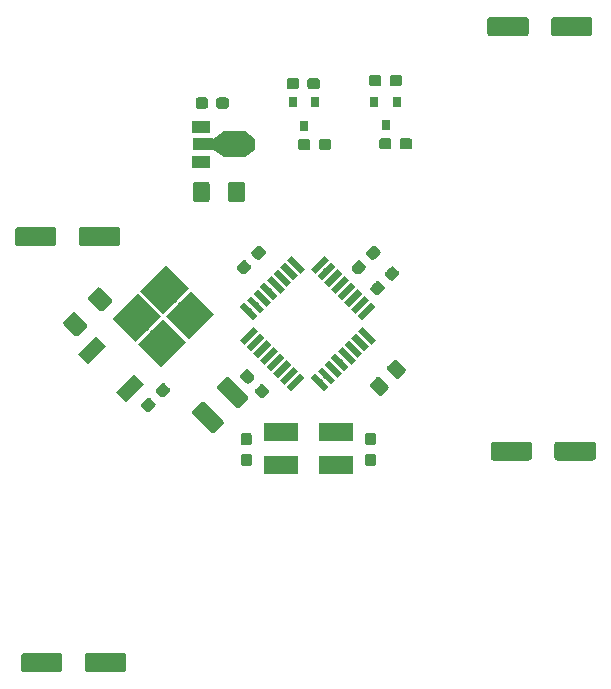
<source format=gbr>
G04 #@! TF.GenerationSoftware,KiCad,Pcbnew,5.1.4+dfsg1-1*
G04 #@! TF.CreationDate,2019-10-01T15:35:31+02:00*
G04 #@! TF.ProjectId,rover-pcb,726f7665-722d-4706-9362-2e6b69636164,1*
G04 #@! TF.SameCoordinates,Original*
G04 #@! TF.FileFunction,Paste,Top*
G04 #@! TF.FilePolarity,Positive*
%FSLAX46Y46*%
G04 Gerber Fmt 4.6, Leading zero omitted, Abs format (unit mm)*
G04 Created by KiCad (PCBNEW 5.1.4+dfsg1-1) date 2019-10-01 15:35:31*
%MOMM*%
%LPD*%
G04 APERTURE LIST*
%ADD10C,1.000000*%
%ADD11C,0.100000*%
%ADD12R,1.840000X2.200000*%
%ADD13R,1.500000X1.000000*%
%ADD14R,1.800000X1.000000*%
%ADD15C,0.850000*%
%ADD16C,0.550000*%
%ADD17R,2.850000X1.650000*%
%ADD18C,2.750000*%
%ADD19C,1.200000*%
%ADD20C,0.950000*%
%ADD21R,0.800000X0.900000*%
%ADD22C,1.150000*%
%ADD23C,1.425000*%
%ADD24C,1.600000*%
G04 APERTURE END LIST*
D10*
X158452000Y-79932400D03*
D11*
G36*
X158952000Y-81032400D02*
G01*
X157952000Y-80332400D01*
X157952000Y-79532400D01*
X158952000Y-78832400D01*
X158952000Y-81032400D01*
X158952000Y-81032400D01*
G37*
D12*
X159861700Y-79932400D03*
D13*
X157048200Y-81432400D03*
D14*
X157194700Y-79932400D03*
D13*
X157048200Y-78432400D03*
D15*
X161195200Y-79932400D03*
D11*
G36*
X160770200Y-78832400D02*
G01*
X161620200Y-79432400D01*
X161620200Y-80432400D01*
X160770200Y-81032400D01*
X160770200Y-78832400D01*
X160770200Y-78832400D01*
G37*
D16*
X161066897Y-94074695D03*
D11*
G36*
X161827037Y-94445926D02*
G01*
X161438128Y-94834835D01*
X160306757Y-93703464D01*
X160695666Y-93314555D01*
X161827037Y-94445926D01*
X161827037Y-94445926D01*
G37*
D16*
X161632583Y-93509010D03*
D11*
G36*
X162392723Y-93880241D02*
G01*
X162003814Y-94269150D01*
X160872443Y-93137779D01*
X161261352Y-92748870D01*
X162392723Y-93880241D01*
X162392723Y-93880241D01*
G37*
D16*
X162198268Y-92943324D03*
D11*
G36*
X162958408Y-93314555D02*
G01*
X162569499Y-93703464D01*
X161438128Y-92572093D01*
X161827037Y-92183184D01*
X162958408Y-93314555D01*
X162958408Y-93314555D01*
G37*
D16*
X162763953Y-92377639D03*
D11*
G36*
X163524093Y-92748870D02*
G01*
X163135184Y-93137779D01*
X162003813Y-92006408D01*
X162392722Y-91617499D01*
X163524093Y-92748870D01*
X163524093Y-92748870D01*
G37*
D16*
X163329639Y-91811953D03*
D11*
G36*
X164089779Y-92183184D02*
G01*
X163700870Y-92572093D01*
X162569499Y-91440722D01*
X162958408Y-91051813D01*
X164089779Y-92183184D01*
X164089779Y-92183184D01*
G37*
D16*
X163895324Y-91246268D03*
D11*
G36*
X164655464Y-91617499D02*
G01*
X164266555Y-92006408D01*
X163135184Y-90875037D01*
X163524093Y-90486128D01*
X164655464Y-91617499D01*
X164655464Y-91617499D01*
G37*
D16*
X164461010Y-90680583D03*
D11*
G36*
X165221150Y-91051814D02*
G01*
X164832241Y-91440723D01*
X163700870Y-90309352D01*
X164089779Y-89920443D01*
X165221150Y-91051814D01*
X165221150Y-91051814D01*
G37*
D16*
X165026695Y-90114897D03*
D11*
G36*
X165786835Y-90486128D02*
G01*
X165397926Y-90875037D01*
X164266555Y-89743666D01*
X164655464Y-89354757D01*
X165786835Y-90486128D01*
X165786835Y-90486128D01*
G37*
D16*
X167077305Y-90114897D03*
D11*
G36*
X166706074Y-90875037D02*
G01*
X166317165Y-90486128D01*
X167448536Y-89354757D01*
X167837445Y-89743666D01*
X166706074Y-90875037D01*
X166706074Y-90875037D01*
G37*
D16*
X167642990Y-90680583D03*
D11*
G36*
X167271759Y-91440723D02*
G01*
X166882850Y-91051814D01*
X168014221Y-89920443D01*
X168403130Y-90309352D01*
X167271759Y-91440723D01*
X167271759Y-91440723D01*
G37*
D16*
X168208676Y-91246268D03*
D11*
G36*
X167837445Y-92006408D02*
G01*
X167448536Y-91617499D01*
X168579907Y-90486128D01*
X168968816Y-90875037D01*
X167837445Y-92006408D01*
X167837445Y-92006408D01*
G37*
D16*
X168774361Y-91811953D03*
D11*
G36*
X168403130Y-92572093D02*
G01*
X168014221Y-92183184D01*
X169145592Y-91051813D01*
X169534501Y-91440722D01*
X168403130Y-92572093D01*
X168403130Y-92572093D01*
G37*
D16*
X169340047Y-92377639D03*
D11*
G36*
X168968816Y-93137779D02*
G01*
X168579907Y-92748870D01*
X169711278Y-91617499D01*
X170100187Y-92006408D01*
X168968816Y-93137779D01*
X168968816Y-93137779D01*
G37*
D16*
X169905732Y-92943324D03*
D11*
G36*
X169534501Y-93703464D02*
G01*
X169145592Y-93314555D01*
X170276963Y-92183184D01*
X170665872Y-92572093D01*
X169534501Y-93703464D01*
X169534501Y-93703464D01*
G37*
D16*
X170471417Y-93509010D03*
D11*
G36*
X170100186Y-94269150D02*
G01*
X169711277Y-93880241D01*
X170842648Y-92748870D01*
X171231557Y-93137779D01*
X170100186Y-94269150D01*
X170100186Y-94269150D01*
G37*
D16*
X171037103Y-94074695D03*
D11*
G36*
X170665872Y-94834835D02*
G01*
X170276963Y-94445926D01*
X171408334Y-93314555D01*
X171797243Y-93703464D01*
X170665872Y-94834835D01*
X170665872Y-94834835D01*
G37*
D16*
X171037103Y-96125305D03*
D11*
G36*
X171797243Y-96496536D02*
G01*
X171408334Y-96885445D01*
X170276963Y-95754074D01*
X170665872Y-95365165D01*
X171797243Y-96496536D01*
X171797243Y-96496536D01*
G37*
D16*
X170471417Y-96690990D03*
D11*
G36*
X171231557Y-97062221D02*
G01*
X170842648Y-97451130D01*
X169711277Y-96319759D01*
X170100186Y-95930850D01*
X171231557Y-97062221D01*
X171231557Y-97062221D01*
G37*
D16*
X169905732Y-97256676D03*
D11*
G36*
X170665872Y-97627907D02*
G01*
X170276963Y-98016816D01*
X169145592Y-96885445D01*
X169534501Y-96496536D01*
X170665872Y-97627907D01*
X170665872Y-97627907D01*
G37*
D16*
X169340047Y-97822361D03*
D11*
G36*
X170100187Y-98193592D02*
G01*
X169711278Y-98582501D01*
X168579907Y-97451130D01*
X168968816Y-97062221D01*
X170100187Y-98193592D01*
X170100187Y-98193592D01*
G37*
D16*
X168774361Y-98388047D03*
D11*
G36*
X169534501Y-98759278D02*
G01*
X169145592Y-99148187D01*
X168014221Y-98016816D01*
X168403130Y-97627907D01*
X169534501Y-98759278D01*
X169534501Y-98759278D01*
G37*
D16*
X168208676Y-98953732D03*
D11*
G36*
X168968816Y-99324963D02*
G01*
X168579907Y-99713872D01*
X167448536Y-98582501D01*
X167837445Y-98193592D01*
X168968816Y-99324963D01*
X168968816Y-99324963D01*
G37*
D16*
X167642990Y-99519417D03*
D11*
G36*
X168403130Y-99890648D02*
G01*
X168014221Y-100279557D01*
X166882850Y-99148186D01*
X167271759Y-98759277D01*
X168403130Y-99890648D01*
X168403130Y-99890648D01*
G37*
D16*
X167077305Y-100085103D03*
D11*
G36*
X167837445Y-100456334D02*
G01*
X167448536Y-100845243D01*
X166317165Y-99713872D01*
X166706074Y-99324963D01*
X167837445Y-100456334D01*
X167837445Y-100456334D01*
G37*
D16*
X165026695Y-100085103D03*
D11*
G36*
X164655464Y-100845243D02*
G01*
X164266555Y-100456334D01*
X165397926Y-99324963D01*
X165786835Y-99713872D01*
X164655464Y-100845243D01*
X164655464Y-100845243D01*
G37*
D16*
X164461010Y-99519417D03*
D11*
G36*
X164089779Y-100279557D02*
G01*
X163700870Y-99890648D01*
X164832241Y-98759277D01*
X165221150Y-99148186D01*
X164089779Y-100279557D01*
X164089779Y-100279557D01*
G37*
D16*
X163895324Y-98953732D03*
D11*
G36*
X163524093Y-99713872D02*
G01*
X163135184Y-99324963D01*
X164266555Y-98193592D01*
X164655464Y-98582501D01*
X163524093Y-99713872D01*
X163524093Y-99713872D01*
G37*
D16*
X163329639Y-98388047D03*
D11*
G36*
X162958408Y-99148187D02*
G01*
X162569499Y-98759278D01*
X163700870Y-97627907D01*
X164089779Y-98016816D01*
X162958408Y-99148187D01*
X162958408Y-99148187D01*
G37*
D16*
X162763953Y-97822361D03*
D11*
G36*
X162392722Y-98582501D02*
G01*
X162003813Y-98193592D01*
X163135184Y-97062221D01*
X163524093Y-97451130D01*
X162392722Y-98582501D01*
X162392722Y-98582501D01*
G37*
D16*
X162198268Y-97256676D03*
D11*
G36*
X161827037Y-98016816D02*
G01*
X161438128Y-97627907D01*
X162569499Y-96496536D01*
X162958408Y-96885445D01*
X161827037Y-98016816D01*
X161827037Y-98016816D01*
G37*
D16*
X161632583Y-96690990D03*
D11*
G36*
X161261352Y-97451130D02*
G01*
X160872443Y-97062221D01*
X162003814Y-95930850D01*
X162392723Y-96319759D01*
X161261352Y-97451130D01*
X161261352Y-97451130D01*
G37*
D16*
X161066897Y-96125305D03*
D11*
G36*
X160695666Y-96885445D02*
G01*
X160306757Y-96496536D01*
X161438128Y-95365165D01*
X161827037Y-95754074D01*
X160695666Y-96885445D01*
X160695666Y-96885445D01*
G37*
D17*
X163766000Y-104244000D03*
X168416000Y-104244000D03*
X168416000Y-107094000D03*
X163766000Y-107094000D03*
D18*
X153733000Y-96751000D03*
D11*
G36*
X153626934Y-98801610D02*
G01*
X151682390Y-96857066D01*
X153839066Y-94700390D01*
X155783610Y-96644934D01*
X153626934Y-98801610D01*
X153626934Y-98801610D01*
G37*
D18*
X153945132Y-92225517D03*
D11*
G36*
X153839066Y-94276127D02*
G01*
X151894522Y-92331583D01*
X154051198Y-90174907D01*
X155995742Y-92119451D01*
X153839066Y-94276127D01*
X153839066Y-94276127D01*
G37*
D18*
X151576325Y-94594325D03*
D11*
G36*
X151470259Y-96644935D02*
G01*
X149525715Y-94700391D01*
X151682391Y-92543715D01*
X153626935Y-94488259D01*
X151470259Y-96644935D01*
X151470259Y-96644935D01*
G37*
D18*
X156101808Y-94382193D03*
D11*
G36*
X155995742Y-96432803D02*
G01*
X154051198Y-94488259D01*
X156207874Y-92331583D01*
X158152418Y-94276127D01*
X155995742Y-96432803D01*
X155995742Y-96432803D01*
G37*
D19*
X150996497Y-100555235D03*
D11*
G36*
X150642944Y-101757317D02*
G01*
X149794415Y-100908788D01*
X151350050Y-99353153D01*
X152198579Y-100201682D01*
X150642944Y-101757317D01*
X150642944Y-101757317D01*
G37*
D19*
X147772090Y-97330828D03*
D11*
G36*
X147418537Y-98532910D02*
G01*
X146570008Y-97684381D01*
X148125643Y-96128746D01*
X148974172Y-96977275D01*
X147418537Y-98532910D01*
X147418537Y-98532910D01*
G37*
G36*
X166856779Y-74306144D02*
G01*
X166879834Y-74309563D01*
X166902443Y-74315227D01*
X166924387Y-74323079D01*
X166945457Y-74333044D01*
X166965448Y-74345026D01*
X166984168Y-74358910D01*
X167001438Y-74374562D01*
X167017090Y-74391832D01*
X167030974Y-74410552D01*
X167042956Y-74430543D01*
X167052921Y-74451613D01*
X167060773Y-74473557D01*
X167066437Y-74496166D01*
X167069856Y-74519221D01*
X167071000Y-74542500D01*
X167071000Y-75017500D01*
X167069856Y-75040779D01*
X167066437Y-75063834D01*
X167060773Y-75086443D01*
X167052921Y-75108387D01*
X167042956Y-75129457D01*
X167030974Y-75149448D01*
X167017090Y-75168168D01*
X167001438Y-75185438D01*
X166984168Y-75201090D01*
X166965448Y-75214974D01*
X166945457Y-75226956D01*
X166924387Y-75236921D01*
X166902443Y-75244773D01*
X166879834Y-75250437D01*
X166856779Y-75253856D01*
X166833500Y-75255000D01*
X166258500Y-75255000D01*
X166235221Y-75253856D01*
X166212166Y-75250437D01*
X166189557Y-75244773D01*
X166167613Y-75236921D01*
X166146543Y-75226956D01*
X166126552Y-75214974D01*
X166107832Y-75201090D01*
X166090562Y-75185438D01*
X166074910Y-75168168D01*
X166061026Y-75149448D01*
X166049044Y-75129457D01*
X166039079Y-75108387D01*
X166031227Y-75086443D01*
X166025563Y-75063834D01*
X166022144Y-75040779D01*
X166021000Y-75017500D01*
X166021000Y-74542500D01*
X166022144Y-74519221D01*
X166025563Y-74496166D01*
X166031227Y-74473557D01*
X166039079Y-74451613D01*
X166049044Y-74430543D01*
X166061026Y-74410552D01*
X166074910Y-74391832D01*
X166090562Y-74374562D01*
X166107832Y-74358910D01*
X166126552Y-74345026D01*
X166146543Y-74333044D01*
X166167613Y-74323079D01*
X166189557Y-74315227D01*
X166212166Y-74309563D01*
X166235221Y-74306144D01*
X166258500Y-74305000D01*
X166833500Y-74305000D01*
X166856779Y-74306144D01*
X166856779Y-74306144D01*
G37*
D20*
X166546000Y-74780000D03*
D11*
G36*
X165106779Y-74306144D02*
G01*
X165129834Y-74309563D01*
X165152443Y-74315227D01*
X165174387Y-74323079D01*
X165195457Y-74333044D01*
X165215448Y-74345026D01*
X165234168Y-74358910D01*
X165251438Y-74374562D01*
X165267090Y-74391832D01*
X165280974Y-74410552D01*
X165292956Y-74430543D01*
X165302921Y-74451613D01*
X165310773Y-74473557D01*
X165316437Y-74496166D01*
X165319856Y-74519221D01*
X165321000Y-74542500D01*
X165321000Y-75017500D01*
X165319856Y-75040779D01*
X165316437Y-75063834D01*
X165310773Y-75086443D01*
X165302921Y-75108387D01*
X165292956Y-75129457D01*
X165280974Y-75149448D01*
X165267090Y-75168168D01*
X165251438Y-75185438D01*
X165234168Y-75201090D01*
X165215448Y-75214974D01*
X165195457Y-75226956D01*
X165174387Y-75236921D01*
X165152443Y-75244773D01*
X165129834Y-75250437D01*
X165106779Y-75253856D01*
X165083500Y-75255000D01*
X164508500Y-75255000D01*
X164485221Y-75253856D01*
X164462166Y-75250437D01*
X164439557Y-75244773D01*
X164417613Y-75236921D01*
X164396543Y-75226956D01*
X164376552Y-75214974D01*
X164357832Y-75201090D01*
X164340562Y-75185438D01*
X164324910Y-75168168D01*
X164311026Y-75149448D01*
X164299044Y-75129457D01*
X164289079Y-75108387D01*
X164281227Y-75086443D01*
X164275563Y-75063834D01*
X164272144Y-75040779D01*
X164271000Y-75017500D01*
X164271000Y-74542500D01*
X164272144Y-74519221D01*
X164275563Y-74496166D01*
X164281227Y-74473557D01*
X164289079Y-74451613D01*
X164299044Y-74430543D01*
X164311026Y-74410552D01*
X164324910Y-74391832D01*
X164340562Y-74374562D01*
X164357832Y-74358910D01*
X164376552Y-74345026D01*
X164396543Y-74333044D01*
X164417613Y-74323079D01*
X164439557Y-74315227D01*
X164462166Y-74309563D01*
X164485221Y-74306144D01*
X164508500Y-74305000D01*
X165083500Y-74305000D01*
X165106779Y-74306144D01*
X165106779Y-74306144D01*
G37*
D20*
X164796000Y-74780000D03*
D11*
G36*
X173827779Y-74052144D02*
G01*
X173850834Y-74055563D01*
X173873443Y-74061227D01*
X173895387Y-74069079D01*
X173916457Y-74079044D01*
X173936448Y-74091026D01*
X173955168Y-74104910D01*
X173972438Y-74120562D01*
X173988090Y-74137832D01*
X174001974Y-74156552D01*
X174013956Y-74176543D01*
X174023921Y-74197613D01*
X174031773Y-74219557D01*
X174037437Y-74242166D01*
X174040856Y-74265221D01*
X174042000Y-74288500D01*
X174042000Y-74763500D01*
X174040856Y-74786779D01*
X174037437Y-74809834D01*
X174031773Y-74832443D01*
X174023921Y-74854387D01*
X174013956Y-74875457D01*
X174001974Y-74895448D01*
X173988090Y-74914168D01*
X173972438Y-74931438D01*
X173955168Y-74947090D01*
X173936448Y-74960974D01*
X173916457Y-74972956D01*
X173895387Y-74982921D01*
X173873443Y-74990773D01*
X173850834Y-74996437D01*
X173827779Y-74999856D01*
X173804500Y-75001000D01*
X173229500Y-75001000D01*
X173206221Y-74999856D01*
X173183166Y-74996437D01*
X173160557Y-74990773D01*
X173138613Y-74982921D01*
X173117543Y-74972956D01*
X173097552Y-74960974D01*
X173078832Y-74947090D01*
X173061562Y-74931438D01*
X173045910Y-74914168D01*
X173032026Y-74895448D01*
X173020044Y-74875457D01*
X173010079Y-74854387D01*
X173002227Y-74832443D01*
X172996563Y-74809834D01*
X172993144Y-74786779D01*
X172992000Y-74763500D01*
X172992000Y-74288500D01*
X172993144Y-74265221D01*
X172996563Y-74242166D01*
X173002227Y-74219557D01*
X173010079Y-74197613D01*
X173020044Y-74176543D01*
X173032026Y-74156552D01*
X173045910Y-74137832D01*
X173061562Y-74120562D01*
X173078832Y-74104910D01*
X173097552Y-74091026D01*
X173117543Y-74079044D01*
X173138613Y-74069079D01*
X173160557Y-74061227D01*
X173183166Y-74055563D01*
X173206221Y-74052144D01*
X173229500Y-74051000D01*
X173804500Y-74051000D01*
X173827779Y-74052144D01*
X173827779Y-74052144D01*
G37*
D20*
X173517000Y-74526000D03*
D11*
G36*
X172077779Y-74052144D02*
G01*
X172100834Y-74055563D01*
X172123443Y-74061227D01*
X172145387Y-74069079D01*
X172166457Y-74079044D01*
X172186448Y-74091026D01*
X172205168Y-74104910D01*
X172222438Y-74120562D01*
X172238090Y-74137832D01*
X172251974Y-74156552D01*
X172263956Y-74176543D01*
X172273921Y-74197613D01*
X172281773Y-74219557D01*
X172287437Y-74242166D01*
X172290856Y-74265221D01*
X172292000Y-74288500D01*
X172292000Y-74763500D01*
X172290856Y-74786779D01*
X172287437Y-74809834D01*
X172281773Y-74832443D01*
X172273921Y-74854387D01*
X172263956Y-74875457D01*
X172251974Y-74895448D01*
X172238090Y-74914168D01*
X172222438Y-74931438D01*
X172205168Y-74947090D01*
X172186448Y-74960974D01*
X172166457Y-74972956D01*
X172145387Y-74982921D01*
X172123443Y-74990773D01*
X172100834Y-74996437D01*
X172077779Y-74999856D01*
X172054500Y-75001000D01*
X171479500Y-75001000D01*
X171456221Y-74999856D01*
X171433166Y-74996437D01*
X171410557Y-74990773D01*
X171388613Y-74982921D01*
X171367543Y-74972956D01*
X171347552Y-74960974D01*
X171328832Y-74947090D01*
X171311562Y-74931438D01*
X171295910Y-74914168D01*
X171282026Y-74895448D01*
X171270044Y-74875457D01*
X171260079Y-74854387D01*
X171252227Y-74832443D01*
X171246563Y-74809834D01*
X171243144Y-74786779D01*
X171242000Y-74763500D01*
X171242000Y-74288500D01*
X171243144Y-74265221D01*
X171246563Y-74242166D01*
X171252227Y-74219557D01*
X171260079Y-74197613D01*
X171270044Y-74176543D01*
X171282026Y-74156552D01*
X171295910Y-74137832D01*
X171311562Y-74120562D01*
X171328832Y-74104910D01*
X171347552Y-74091026D01*
X171367543Y-74079044D01*
X171388613Y-74069079D01*
X171410557Y-74061227D01*
X171433166Y-74055563D01*
X171456221Y-74052144D01*
X171479500Y-74051000D01*
X172054500Y-74051000D01*
X172077779Y-74052144D01*
X172077779Y-74052144D01*
G37*
D20*
X171767000Y-74526000D03*
D11*
G36*
X167823779Y-79472644D02*
G01*
X167846834Y-79476063D01*
X167869443Y-79481727D01*
X167891387Y-79489579D01*
X167912457Y-79499544D01*
X167932448Y-79511526D01*
X167951168Y-79525410D01*
X167968438Y-79541062D01*
X167984090Y-79558332D01*
X167997974Y-79577052D01*
X168009956Y-79597043D01*
X168019921Y-79618113D01*
X168027773Y-79640057D01*
X168033437Y-79662666D01*
X168036856Y-79685721D01*
X168038000Y-79709000D01*
X168038000Y-80184000D01*
X168036856Y-80207279D01*
X168033437Y-80230334D01*
X168027773Y-80252943D01*
X168019921Y-80274887D01*
X168009956Y-80295957D01*
X167997974Y-80315948D01*
X167984090Y-80334668D01*
X167968438Y-80351938D01*
X167951168Y-80367590D01*
X167932448Y-80381474D01*
X167912457Y-80393456D01*
X167891387Y-80403421D01*
X167869443Y-80411273D01*
X167846834Y-80416937D01*
X167823779Y-80420356D01*
X167800500Y-80421500D01*
X167225500Y-80421500D01*
X167202221Y-80420356D01*
X167179166Y-80416937D01*
X167156557Y-80411273D01*
X167134613Y-80403421D01*
X167113543Y-80393456D01*
X167093552Y-80381474D01*
X167074832Y-80367590D01*
X167057562Y-80351938D01*
X167041910Y-80334668D01*
X167028026Y-80315948D01*
X167016044Y-80295957D01*
X167006079Y-80274887D01*
X166998227Y-80252943D01*
X166992563Y-80230334D01*
X166989144Y-80207279D01*
X166988000Y-80184000D01*
X166988000Y-79709000D01*
X166989144Y-79685721D01*
X166992563Y-79662666D01*
X166998227Y-79640057D01*
X167006079Y-79618113D01*
X167016044Y-79597043D01*
X167028026Y-79577052D01*
X167041910Y-79558332D01*
X167057562Y-79541062D01*
X167074832Y-79525410D01*
X167093552Y-79511526D01*
X167113543Y-79499544D01*
X167134613Y-79489579D01*
X167156557Y-79481727D01*
X167179166Y-79476063D01*
X167202221Y-79472644D01*
X167225500Y-79471500D01*
X167800500Y-79471500D01*
X167823779Y-79472644D01*
X167823779Y-79472644D01*
G37*
D20*
X167513000Y-79946500D03*
D11*
G36*
X166073779Y-79472644D02*
G01*
X166096834Y-79476063D01*
X166119443Y-79481727D01*
X166141387Y-79489579D01*
X166162457Y-79499544D01*
X166182448Y-79511526D01*
X166201168Y-79525410D01*
X166218438Y-79541062D01*
X166234090Y-79558332D01*
X166247974Y-79577052D01*
X166259956Y-79597043D01*
X166269921Y-79618113D01*
X166277773Y-79640057D01*
X166283437Y-79662666D01*
X166286856Y-79685721D01*
X166288000Y-79709000D01*
X166288000Y-80184000D01*
X166286856Y-80207279D01*
X166283437Y-80230334D01*
X166277773Y-80252943D01*
X166269921Y-80274887D01*
X166259956Y-80295957D01*
X166247974Y-80315948D01*
X166234090Y-80334668D01*
X166218438Y-80351938D01*
X166201168Y-80367590D01*
X166182448Y-80381474D01*
X166162457Y-80393456D01*
X166141387Y-80403421D01*
X166119443Y-80411273D01*
X166096834Y-80416937D01*
X166073779Y-80420356D01*
X166050500Y-80421500D01*
X165475500Y-80421500D01*
X165452221Y-80420356D01*
X165429166Y-80416937D01*
X165406557Y-80411273D01*
X165384613Y-80403421D01*
X165363543Y-80393456D01*
X165343552Y-80381474D01*
X165324832Y-80367590D01*
X165307562Y-80351938D01*
X165291910Y-80334668D01*
X165278026Y-80315948D01*
X165266044Y-80295957D01*
X165256079Y-80274887D01*
X165248227Y-80252943D01*
X165242563Y-80230334D01*
X165239144Y-80207279D01*
X165238000Y-80184000D01*
X165238000Y-79709000D01*
X165239144Y-79685721D01*
X165242563Y-79662666D01*
X165248227Y-79640057D01*
X165256079Y-79618113D01*
X165266044Y-79597043D01*
X165278026Y-79577052D01*
X165291910Y-79558332D01*
X165307562Y-79541062D01*
X165324832Y-79525410D01*
X165343552Y-79511526D01*
X165363543Y-79499544D01*
X165384613Y-79489579D01*
X165406557Y-79481727D01*
X165429166Y-79476063D01*
X165452221Y-79472644D01*
X165475500Y-79471500D01*
X166050500Y-79471500D01*
X166073779Y-79472644D01*
X166073779Y-79472644D01*
G37*
D20*
X165763000Y-79946500D03*
D11*
G36*
X174681779Y-79409144D02*
G01*
X174704834Y-79412563D01*
X174727443Y-79418227D01*
X174749387Y-79426079D01*
X174770457Y-79436044D01*
X174790448Y-79448026D01*
X174809168Y-79461910D01*
X174826438Y-79477562D01*
X174842090Y-79494832D01*
X174855974Y-79513552D01*
X174867956Y-79533543D01*
X174877921Y-79554613D01*
X174885773Y-79576557D01*
X174891437Y-79599166D01*
X174894856Y-79622221D01*
X174896000Y-79645500D01*
X174896000Y-80120500D01*
X174894856Y-80143779D01*
X174891437Y-80166834D01*
X174885773Y-80189443D01*
X174877921Y-80211387D01*
X174867956Y-80232457D01*
X174855974Y-80252448D01*
X174842090Y-80271168D01*
X174826438Y-80288438D01*
X174809168Y-80304090D01*
X174790448Y-80317974D01*
X174770457Y-80329956D01*
X174749387Y-80339921D01*
X174727443Y-80347773D01*
X174704834Y-80353437D01*
X174681779Y-80356856D01*
X174658500Y-80358000D01*
X174083500Y-80358000D01*
X174060221Y-80356856D01*
X174037166Y-80353437D01*
X174014557Y-80347773D01*
X173992613Y-80339921D01*
X173971543Y-80329956D01*
X173951552Y-80317974D01*
X173932832Y-80304090D01*
X173915562Y-80288438D01*
X173899910Y-80271168D01*
X173886026Y-80252448D01*
X173874044Y-80232457D01*
X173864079Y-80211387D01*
X173856227Y-80189443D01*
X173850563Y-80166834D01*
X173847144Y-80143779D01*
X173846000Y-80120500D01*
X173846000Y-79645500D01*
X173847144Y-79622221D01*
X173850563Y-79599166D01*
X173856227Y-79576557D01*
X173864079Y-79554613D01*
X173874044Y-79533543D01*
X173886026Y-79513552D01*
X173899910Y-79494832D01*
X173915562Y-79477562D01*
X173932832Y-79461910D01*
X173951552Y-79448026D01*
X173971543Y-79436044D01*
X173992613Y-79426079D01*
X174014557Y-79418227D01*
X174037166Y-79412563D01*
X174060221Y-79409144D01*
X174083500Y-79408000D01*
X174658500Y-79408000D01*
X174681779Y-79409144D01*
X174681779Y-79409144D01*
G37*
D20*
X174371000Y-79883000D03*
D11*
G36*
X172931779Y-79409144D02*
G01*
X172954834Y-79412563D01*
X172977443Y-79418227D01*
X172999387Y-79426079D01*
X173020457Y-79436044D01*
X173040448Y-79448026D01*
X173059168Y-79461910D01*
X173076438Y-79477562D01*
X173092090Y-79494832D01*
X173105974Y-79513552D01*
X173117956Y-79533543D01*
X173127921Y-79554613D01*
X173135773Y-79576557D01*
X173141437Y-79599166D01*
X173144856Y-79622221D01*
X173146000Y-79645500D01*
X173146000Y-80120500D01*
X173144856Y-80143779D01*
X173141437Y-80166834D01*
X173135773Y-80189443D01*
X173127921Y-80211387D01*
X173117956Y-80232457D01*
X173105974Y-80252448D01*
X173092090Y-80271168D01*
X173076438Y-80288438D01*
X173059168Y-80304090D01*
X173040448Y-80317974D01*
X173020457Y-80329956D01*
X172999387Y-80339921D01*
X172977443Y-80347773D01*
X172954834Y-80353437D01*
X172931779Y-80356856D01*
X172908500Y-80358000D01*
X172333500Y-80358000D01*
X172310221Y-80356856D01*
X172287166Y-80353437D01*
X172264557Y-80347773D01*
X172242613Y-80339921D01*
X172221543Y-80329956D01*
X172201552Y-80317974D01*
X172182832Y-80304090D01*
X172165562Y-80288438D01*
X172149910Y-80271168D01*
X172136026Y-80252448D01*
X172124044Y-80232457D01*
X172114079Y-80211387D01*
X172106227Y-80189443D01*
X172100563Y-80166834D01*
X172097144Y-80143779D01*
X172096000Y-80120500D01*
X172096000Y-79645500D01*
X172097144Y-79622221D01*
X172100563Y-79599166D01*
X172106227Y-79576557D01*
X172114079Y-79554613D01*
X172124044Y-79533543D01*
X172136026Y-79513552D01*
X172149910Y-79494832D01*
X172165562Y-79477562D01*
X172182832Y-79461910D01*
X172201552Y-79448026D01*
X172221543Y-79436044D01*
X172242613Y-79426079D01*
X172264557Y-79418227D01*
X172287166Y-79412563D01*
X172310221Y-79409144D01*
X172333500Y-79408000D01*
X172908500Y-79408000D01*
X172931779Y-79409144D01*
X172931779Y-79409144D01*
G37*
D20*
X172621000Y-79883000D03*
D11*
G36*
X172018416Y-91491631D02*
G01*
X172041471Y-91495050D01*
X172064080Y-91500714D01*
X172086024Y-91508566D01*
X172107094Y-91518531D01*
X172127085Y-91530513D01*
X172145805Y-91544397D01*
X172163075Y-91560049D01*
X172498951Y-91895925D01*
X172514603Y-91913195D01*
X172528487Y-91931915D01*
X172540469Y-91951906D01*
X172550434Y-91972976D01*
X172558286Y-91994920D01*
X172563950Y-92017529D01*
X172567369Y-92040584D01*
X172568513Y-92063863D01*
X172567369Y-92087142D01*
X172563950Y-92110197D01*
X172558286Y-92132806D01*
X172550434Y-92154750D01*
X172540469Y-92175820D01*
X172528487Y-92195811D01*
X172514603Y-92214531D01*
X172498951Y-92231801D01*
X172092365Y-92638387D01*
X172075095Y-92654039D01*
X172056375Y-92667923D01*
X172036384Y-92679905D01*
X172015314Y-92689870D01*
X171993370Y-92697722D01*
X171970761Y-92703386D01*
X171947706Y-92706805D01*
X171924427Y-92707949D01*
X171901148Y-92706805D01*
X171878093Y-92703386D01*
X171855484Y-92697722D01*
X171833540Y-92689870D01*
X171812470Y-92679905D01*
X171792479Y-92667923D01*
X171773759Y-92654039D01*
X171756489Y-92638387D01*
X171420613Y-92302511D01*
X171404961Y-92285241D01*
X171391077Y-92266521D01*
X171379095Y-92246530D01*
X171369130Y-92225460D01*
X171361278Y-92203516D01*
X171355614Y-92180907D01*
X171352195Y-92157852D01*
X171351051Y-92134573D01*
X171352195Y-92111294D01*
X171355614Y-92088239D01*
X171361278Y-92065630D01*
X171369130Y-92043686D01*
X171379095Y-92022616D01*
X171391077Y-92002625D01*
X171404961Y-91983905D01*
X171420613Y-91966635D01*
X171827199Y-91560049D01*
X171844469Y-91544397D01*
X171863189Y-91530513D01*
X171883180Y-91518531D01*
X171904250Y-91508566D01*
X171926194Y-91500714D01*
X171948803Y-91495050D01*
X171971858Y-91491631D01*
X171995137Y-91490487D01*
X172018416Y-91491631D01*
X172018416Y-91491631D01*
G37*
D20*
X171959782Y-92099218D03*
D11*
G36*
X173255852Y-90254195D02*
G01*
X173278907Y-90257614D01*
X173301516Y-90263278D01*
X173323460Y-90271130D01*
X173344530Y-90281095D01*
X173364521Y-90293077D01*
X173383241Y-90306961D01*
X173400511Y-90322613D01*
X173736387Y-90658489D01*
X173752039Y-90675759D01*
X173765923Y-90694479D01*
X173777905Y-90714470D01*
X173787870Y-90735540D01*
X173795722Y-90757484D01*
X173801386Y-90780093D01*
X173804805Y-90803148D01*
X173805949Y-90826427D01*
X173804805Y-90849706D01*
X173801386Y-90872761D01*
X173795722Y-90895370D01*
X173787870Y-90917314D01*
X173777905Y-90938384D01*
X173765923Y-90958375D01*
X173752039Y-90977095D01*
X173736387Y-90994365D01*
X173329801Y-91400951D01*
X173312531Y-91416603D01*
X173293811Y-91430487D01*
X173273820Y-91442469D01*
X173252750Y-91452434D01*
X173230806Y-91460286D01*
X173208197Y-91465950D01*
X173185142Y-91469369D01*
X173161863Y-91470513D01*
X173138584Y-91469369D01*
X173115529Y-91465950D01*
X173092920Y-91460286D01*
X173070976Y-91452434D01*
X173049906Y-91442469D01*
X173029915Y-91430487D01*
X173011195Y-91416603D01*
X172993925Y-91400951D01*
X172658049Y-91065075D01*
X172642397Y-91047805D01*
X172628513Y-91029085D01*
X172616531Y-91009094D01*
X172606566Y-90988024D01*
X172598714Y-90966080D01*
X172593050Y-90943471D01*
X172589631Y-90920416D01*
X172588487Y-90897137D01*
X172589631Y-90873858D01*
X172593050Y-90850803D01*
X172598714Y-90828194D01*
X172606566Y-90806250D01*
X172616531Y-90785180D01*
X172628513Y-90765189D01*
X172642397Y-90746469D01*
X172658049Y-90729199D01*
X173064635Y-90322613D01*
X173081905Y-90306961D01*
X173100625Y-90293077D01*
X173120616Y-90281095D01*
X173141686Y-90271130D01*
X173163630Y-90263278D01*
X173186239Y-90257614D01*
X173209294Y-90254195D01*
X173232573Y-90253051D01*
X173255852Y-90254195D01*
X173255852Y-90254195D01*
G37*
D20*
X173197218Y-90861782D03*
D11*
G36*
X161950570Y-88492477D02*
G01*
X161973625Y-88495896D01*
X161996234Y-88501560D01*
X162018178Y-88509412D01*
X162039248Y-88519377D01*
X162059239Y-88531359D01*
X162077959Y-88545243D01*
X162095229Y-88560895D01*
X162431105Y-88896771D01*
X162446757Y-88914041D01*
X162460641Y-88932761D01*
X162472623Y-88952752D01*
X162482588Y-88973822D01*
X162490440Y-88995766D01*
X162496104Y-89018375D01*
X162499523Y-89041430D01*
X162500667Y-89064709D01*
X162499523Y-89087988D01*
X162496104Y-89111043D01*
X162490440Y-89133652D01*
X162482588Y-89155596D01*
X162472623Y-89176666D01*
X162460641Y-89196657D01*
X162446757Y-89215377D01*
X162431105Y-89232647D01*
X162024519Y-89639233D01*
X162007249Y-89654885D01*
X161988529Y-89668769D01*
X161968538Y-89680751D01*
X161947468Y-89690716D01*
X161925524Y-89698568D01*
X161902915Y-89704232D01*
X161879860Y-89707651D01*
X161856581Y-89708795D01*
X161833302Y-89707651D01*
X161810247Y-89704232D01*
X161787638Y-89698568D01*
X161765694Y-89690716D01*
X161744624Y-89680751D01*
X161724633Y-89668769D01*
X161705913Y-89654885D01*
X161688643Y-89639233D01*
X161352767Y-89303357D01*
X161337115Y-89286087D01*
X161323231Y-89267367D01*
X161311249Y-89247376D01*
X161301284Y-89226306D01*
X161293432Y-89204362D01*
X161287768Y-89181753D01*
X161284349Y-89158698D01*
X161283205Y-89135419D01*
X161284349Y-89112140D01*
X161287768Y-89089085D01*
X161293432Y-89066476D01*
X161301284Y-89044532D01*
X161311249Y-89023462D01*
X161323231Y-89003471D01*
X161337115Y-88984751D01*
X161352767Y-88967481D01*
X161759353Y-88560895D01*
X161776623Y-88545243D01*
X161795343Y-88531359D01*
X161815334Y-88519377D01*
X161836404Y-88509412D01*
X161858348Y-88501560D01*
X161880957Y-88495896D01*
X161904012Y-88492477D01*
X161927291Y-88491333D01*
X161950570Y-88492477D01*
X161950570Y-88492477D01*
G37*
D20*
X161891936Y-89100064D03*
D11*
G36*
X160713134Y-89729913D02*
G01*
X160736189Y-89733332D01*
X160758798Y-89738996D01*
X160780742Y-89746848D01*
X160801812Y-89756813D01*
X160821803Y-89768795D01*
X160840523Y-89782679D01*
X160857793Y-89798331D01*
X161193669Y-90134207D01*
X161209321Y-90151477D01*
X161223205Y-90170197D01*
X161235187Y-90190188D01*
X161245152Y-90211258D01*
X161253004Y-90233202D01*
X161258668Y-90255811D01*
X161262087Y-90278866D01*
X161263231Y-90302145D01*
X161262087Y-90325424D01*
X161258668Y-90348479D01*
X161253004Y-90371088D01*
X161245152Y-90393032D01*
X161235187Y-90414102D01*
X161223205Y-90434093D01*
X161209321Y-90452813D01*
X161193669Y-90470083D01*
X160787083Y-90876669D01*
X160769813Y-90892321D01*
X160751093Y-90906205D01*
X160731102Y-90918187D01*
X160710032Y-90928152D01*
X160688088Y-90936004D01*
X160665479Y-90941668D01*
X160642424Y-90945087D01*
X160619145Y-90946231D01*
X160595866Y-90945087D01*
X160572811Y-90941668D01*
X160550202Y-90936004D01*
X160528258Y-90928152D01*
X160507188Y-90918187D01*
X160487197Y-90906205D01*
X160468477Y-90892321D01*
X160451207Y-90876669D01*
X160115331Y-90540793D01*
X160099679Y-90523523D01*
X160085795Y-90504803D01*
X160073813Y-90484812D01*
X160063848Y-90463742D01*
X160055996Y-90441798D01*
X160050332Y-90419189D01*
X160046913Y-90396134D01*
X160045769Y-90372855D01*
X160046913Y-90349576D01*
X160050332Y-90326521D01*
X160055996Y-90303912D01*
X160063848Y-90281968D01*
X160073813Y-90260898D01*
X160085795Y-90240907D01*
X160099679Y-90222187D01*
X160115331Y-90204917D01*
X160521917Y-89798331D01*
X160539187Y-89782679D01*
X160557907Y-89768795D01*
X160577898Y-89756813D01*
X160598968Y-89746848D01*
X160620912Y-89738996D01*
X160643521Y-89733332D01*
X160666576Y-89729913D01*
X160689855Y-89728769D01*
X160713134Y-89729913D01*
X160713134Y-89729913D01*
G37*
D20*
X160654500Y-90337500D03*
D21*
X165728000Y-78383000D03*
X164778000Y-76383000D03*
X166678000Y-76383000D03*
X172656000Y-78320000D03*
X171706000Y-76320000D03*
X173606000Y-76320000D03*
D11*
G36*
X173481116Y-98176696D02*
G01*
X173505384Y-98180296D01*
X173529183Y-98186257D01*
X173552282Y-98194522D01*
X173574461Y-98205012D01*
X173595504Y-98217624D01*
X173615210Y-98232239D01*
X173633388Y-98248715D01*
X174269785Y-98885112D01*
X174286261Y-98903290D01*
X174300876Y-98922996D01*
X174313488Y-98944039D01*
X174323978Y-98966218D01*
X174332243Y-98989317D01*
X174338204Y-99013116D01*
X174341804Y-99037384D01*
X174343008Y-99061888D01*
X174341804Y-99086392D01*
X174338204Y-99110660D01*
X174332243Y-99134459D01*
X174323978Y-99157558D01*
X174313488Y-99179737D01*
X174300876Y-99200780D01*
X174286261Y-99220486D01*
X174269785Y-99238664D01*
X173810164Y-99698285D01*
X173791986Y-99714761D01*
X173772280Y-99729376D01*
X173751237Y-99741988D01*
X173729058Y-99752478D01*
X173705959Y-99760743D01*
X173682160Y-99766704D01*
X173657892Y-99770304D01*
X173633388Y-99771508D01*
X173608884Y-99770304D01*
X173584616Y-99766704D01*
X173560817Y-99760743D01*
X173537718Y-99752478D01*
X173515539Y-99741988D01*
X173494496Y-99729376D01*
X173474790Y-99714761D01*
X173456612Y-99698285D01*
X172820215Y-99061888D01*
X172803739Y-99043710D01*
X172789124Y-99024004D01*
X172776512Y-99002961D01*
X172766022Y-98980782D01*
X172757757Y-98957683D01*
X172751796Y-98933884D01*
X172748196Y-98909616D01*
X172746992Y-98885112D01*
X172748196Y-98860608D01*
X172751796Y-98836340D01*
X172757757Y-98812541D01*
X172766022Y-98789442D01*
X172776512Y-98767263D01*
X172789124Y-98746220D01*
X172803739Y-98726514D01*
X172820215Y-98708336D01*
X173279836Y-98248715D01*
X173298014Y-98232239D01*
X173317720Y-98217624D01*
X173338763Y-98205012D01*
X173360942Y-98194522D01*
X173384041Y-98186257D01*
X173407840Y-98180296D01*
X173432108Y-98176696D01*
X173456612Y-98175492D01*
X173481116Y-98176696D01*
X173481116Y-98176696D01*
G37*
D22*
X173545000Y-98973500D03*
D11*
G36*
X172031548Y-99626264D02*
G01*
X172055816Y-99629864D01*
X172079615Y-99635825D01*
X172102714Y-99644090D01*
X172124893Y-99654580D01*
X172145936Y-99667192D01*
X172165642Y-99681807D01*
X172183820Y-99698283D01*
X172820217Y-100334680D01*
X172836693Y-100352858D01*
X172851308Y-100372564D01*
X172863920Y-100393607D01*
X172874410Y-100415786D01*
X172882675Y-100438885D01*
X172888636Y-100462684D01*
X172892236Y-100486952D01*
X172893440Y-100511456D01*
X172892236Y-100535960D01*
X172888636Y-100560228D01*
X172882675Y-100584027D01*
X172874410Y-100607126D01*
X172863920Y-100629305D01*
X172851308Y-100650348D01*
X172836693Y-100670054D01*
X172820217Y-100688232D01*
X172360596Y-101147853D01*
X172342418Y-101164329D01*
X172322712Y-101178944D01*
X172301669Y-101191556D01*
X172279490Y-101202046D01*
X172256391Y-101210311D01*
X172232592Y-101216272D01*
X172208324Y-101219872D01*
X172183820Y-101221076D01*
X172159316Y-101219872D01*
X172135048Y-101216272D01*
X172111249Y-101210311D01*
X172088150Y-101202046D01*
X172065971Y-101191556D01*
X172044928Y-101178944D01*
X172025222Y-101164329D01*
X172007044Y-101147853D01*
X171370647Y-100511456D01*
X171354171Y-100493278D01*
X171339556Y-100473572D01*
X171326944Y-100452529D01*
X171316454Y-100430350D01*
X171308189Y-100407251D01*
X171302228Y-100383452D01*
X171298628Y-100359184D01*
X171297424Y-100334680D01*
X171298628Y-100310176D01*
X171302228Y-100285908D01*
X171308189Y-100262109D01*
X171316454Y-100239010D01*
X171326944Y-100216831D01*
X171339556Y-100195788D01*
X171354171Y-100176082D01*
X171370647Y-100157904D01*
X171830268Y-99698283D01*
X171848446Y-99681807D01*
X171868152Y-99667192D01*
X171889195Y-99654580D01*
X171911374Y-99644090D01*
X171934473Y-99635825D01*
X171958272Y-99629864D01*
X171982540Y-99626264D01*
X172007044Y-99625060D01*
X172031548Y-99626264D01*
X172031548Y-99626264D01*
G37*
D22*
X172095432Y-100423068D03*
D11*
G36*
X171646779Y-106105144D02*
G01*
X171669834Y-106108563D01*
X171692443Y-106114227D01*
X171714387Y-106122079D01*
X171735457Y-106132044D01*
X171755448Y-106144026D01*
X171774168Y-106157910D01*
X171791438Y-106173562D01*
X171807090Y-106190832D01*
X171820974Y-106209552D01*
X171832956Y-106229543D01*
X171842921Y-106250613D01*
X171850773Y-106272557D01*
X171856437Y-106295166D01*
X171859856Y-106318221D01*
X171861000Y-106341500D01*
X171861000Y-106916500D01*
X171859856Y-106939779D01*
X171856437Y-106962834D01*
X171850773Y-106985443D01*
X171842921Y-107007387D01*
X171832956Y-107028457D01*
X171820974Y-107048448D01*
X171807090Y-107067168D01*
X171791438Y-107084438D01*
X171774168Y-107100090D01*
X171755448Y-107113974D01*
X171735457Y-107125956D01*
X171714387Y-107135921D01*
X171692443Y-107143773D01*
X171669834Y-107149437D01*
X171646779Y-107152856D01*
X171623500Y-107154000D01*
X171148500Y-107154000D01*
X171125221Y-107152856D01*
X171102166Y-107149437D01*
X171079557Y-107143773D01*
X171057613Y-107135921D01*
X171036543Y-107125956D01*
X171016552Y-107113974D01*
X170997832Y-107100090D01*
X170980562Y-107084438D01*
X170964910Y-107067168D01*
X170951026Y-107048448D01*
X170939044Y-107028457D01*
X170929079Y-107007387D01*
X170921227Y-106985443D01*
X170915563Y-106962834D01*
X170912144Y-106939779D01*
X170911000Y-106916500D01*
X170911000Y-106341500D01*
X170912144Y-106318221D01*
X170915563Y-106295166D01*
X170921227Y-106272557D01*
X170929079Y-106250613D01*
X170939044Y-106229543D01*
X170951026Y-106209552D01*
X170964910Y-106190832D01*
X170980562Y-106173562D01*
X170997832Y-106157910D01*
X171016552Y-106144026D01*
X171036543Y-106132044D01*
X171057613Y-106122079D01*
X171079557Y-106114227D01*
X171102166Y-106108563D01*
X171125221Y-106105144D01*
X171148500Y-106104000D01*
X171623500Y-106104000D01*
X171646779Y-106105144D01*
X171646779Y-106105144D01*
G37*
D20*
X171386000Y-106629000D03*
D11*
G36*
X171646779Y-104355144D02*
G01*
X171669834Y-104358563D01*
X171692443Y-104364227D01*
X171714387Y-104372079D01*
X171735457Y-104382044D01*
X171755448Y-104394026D01*
X171774168Y-104407910D01*
X171791438Y-104423562D01*
X171807090Y-104440832D01*
X171820974Y-104459552D01*
X171832956Y-104479543D01*
X171842921Y-104500613D01*
X171850773Y-104522557D01*
X171856437Y-104545166D01*
X171859856Y-104568221D01*
X171861000Y-104591500D01*
X171861000Y-105166500D01*
X171859856Y-105189779D01*
X171856437Y-105212834D01*
X171850773Y-105235443D01*
X171842921Y-105257387D01*
X171832956Y-105278457D01*
X171820974Y-105298448D01*
X171807090Y-105317168D01*
X171791438Y-105334438D01*
X171774168Y-105350090D01*
X171755448Y-105363974D01*
X171735457Y-105375956D01*
X171714387Y-105385921D01*
X171692443Y-105393773D01*
X171669834Y-105399437D01*
X171646779Y-105402856D01*
X171623500Y-105404000D01*
X171148500Y-105404000D01*
X171125221Y-105402856D01*
X171102166Y-105399437D01*
X171079557Y-105393773D01*
X171057613Y-105385921D01*
X171036543Y-105375956D01*
X171016552Y-105363974D01*
X170997832Y-105350090D01*
X170980562Y-105334438D01*
X170964910Y-105317168D01*
X170951026Y-105298448D01*
X170939044Y-105278457D01*
X170929079Y-105257387D01*
X170921227Y-105235443D01*
X170915563Y-105212834D01*
X170912144Y-105189779D01*
X170911000Y-105166500D01*
X170911000Y-104591500D01*
X170912144Y-104568221D01*
X170915563Y-104545166D01*
X170921227Y-104522557D01*
X170929079Y-104500613D01*
X170939044Y-104479543D01*
X170951026Y-104459552D01*
X170964910Y-104440832D01*
X170980562Y-104423562D01*
X170997832Y-104407910D01*
X171016552Y-104394026D01*
X171036543Y-104382044D01*
X171057613Y-104372079D01*
X171079557Y-104364227D01*
X171102166Y-104358563D01*
X171125221Y-104355144D01*
X171148500Y-104354000D01*
X171623500Y-104354000D01*
X171646779Y-104355144D01*
X171646779Y-104355144D01*
G37*
D20*
X171386000Y-104879000D03*
D11*
G36*
X161105779Y-104369144D02*
G01*
X161128834Y-104372563D01*
X161151443Y-104378227D01*
X161173387Y-104386079D01*
X161194457Y-104396044D01*
X161214448Y-104408026D01*
X161233168Y-104421910D01*
X161250438Y-104437562D01*
X161266090Y-104454832D01*
X161279974Y-104473552D01*
X161291956Y-104493543D01*
X161301921Y-104514613D01*
X161309773Y-104536557D01*
X161315437Y-104559166D01*
X161318856Y-104582221D01*
X161320000Y-104605500D01*
X161320000Y-105180500D01*
X161318856Y-105203779D01*
X161315437Y-105226834D01*
X161309773Y-105249443D01*
X161301921Y-105271387D01*
X161291956Y-105292457D01*
X161279974Y-105312448D01*
X161266090Y-105331168D01*
X161250438Y-105348438D01*
X161233168Y-105364090D01*
X161214448Y-105377974D01*
X161194457Y-105389956D01*
X161173387Y-105399921D01*
X161151443Y-105407773D01*
X161128834Y-105413437D01*
X161105779Y-105416856D01*
X161082500Y-105418000D01*
X160607500Y-105418000D01*
X160584221Y-105416856D01*
X160561166Y-105413437D01*
X160538557Y-105407773D01*
X160516613Y-105399921D01*
X160495543Y-105389956D01*
X160475552Y-105377974D01*
X160456832Y-105364090D01*
X160439562Y-105348438D01*
X160423910Y-105331168D01*
X160410026Y-105312448D01*
X160398044Y-105292457D01*
X160388079Y-105271387D01*
X160380227Y-105249443D01*
X160374563Y-105226834D01*
X160371144Y-105203779D01*
X160370000Y-105180500D01*
X160370000Y-104605500D01*
X160371144Y-104582221D01*
X160374563Y-104559166D01*
X160380227Y-104536557D01*
X160388079Y-104514613D01*
X160398044Y-104493543D01*
X160410026Y-104473552D01*
X160423910Y-104454832D01*
X160439562Y-104437562D01*
X160456832Y-104421910D01*
X160475552Y-104408026D01*
X160495543Y-104396044D01*
X160516613Y-104386079D01*
X160538557Y-104378227D01*
X160561166Y-104372563D01*
X160584221Y-104369144D01*
X160607500Y-104368000D01*
X161082500Y-104368000D01*
X161105779Y-104369144D01*
X161105779Y-104369144D01*
G37*
D20*
X160845000Y-104893000D03*
D11*
G36*
X161105779Y-106119144D02*
G01*
X161128834Y-106122563D01*
X161151443Y-106128227D01*
X161173387Y-106136079D01*
X161194457Y-106146044D01*
X161214448Y-106158026D01*
X161233168Y-106171910D01*
X161250438Y-106187562D01*
X161266090Y-106204832D01*
X161279974Y-106223552D01*
X161291956Y-106243543D01*
X161301921Y-106264613D01*
X161309773Y-106286557D01*
X161315437Y-106309166D01*
X161318856Y-106332221D01*
X161320000Y-106355500D01*
X161320000Y-106930500D01*
X161318856Y-106953779D01*
X161315437Y-106976834D01*
X161309773Y-106999443D01*
X161301921Y-107021387D01*
X161291956Y-107042457D01*
X161279974Y-107062448D01*
X161266090Y-107081168D01*
X161250438Y-107098438D01*
X161233168Y-107114090D01*
X161214448Y-107127974D01*
X161194457Y-107139956D01*
X161173387Y-107149921D01*
X161151443Y-107157773D01*
X161128834Y-107163437D01*
X161105779Y-107166856D01*
X161082500Y-107168000D01*
X160607500Y-107168000D01*
X160584221Y-107166856D01*
X160561166Y-107163437D01*
X160538557Y-107157773D01*
X160516613Y-107149921D01*
X160495543Y-107139956D01*
X160475552Y-107127974D01*
X160456832Y-107114090D01*
X160439562Y-107098438D01*
X160423910Y-107081168D01*
X160410026Y-107062448D01*
X160398044Y-107042457D01*
X160388079Y-107021387D01*
X160380227Y-106999443D01*
X160374563Y-106976834D01*
X160371144Y-106953779D01*
X160370000Y-106930500D01*
X160370000Y-106355500D01*
X160371144Y-106332221D01*
X160374563Y-106309166D01*
X160380227Y-106286557D01*
X160388079Y-106264613D01*
X160398044Y-106243543D01*
X160410026Y-106223552D01*
X160423910Y-106204832D01*
X160439562Y-106187562D01*
X160456832Y-106171910D01*
X160475552Y-106158026D01*
X160495543Y-106146044D01*
X160516613Y-106136079D01*
X160538557Y-106128227D01*
X160561166Y-106122563D01*
X160584221Y-106119144D01*
X160607500Y-106118000D01*
X161082500Y-106118000D01*
X161105779Y-106119144D01*
X161105779Y-106119144D01*
G37*
D20*
X160845000Y-106643000D03*
D11*
G36*
X157189759Y-101709669D02*
G01*
X157214028Y-101713269D01*
X157237826Y-101719230D01*
X157260926Y-101727495D01*
X157283104Y-101737985D01*
X157304148Y-101750598D01*
X157323853Y-101765212D01*
X157342032Y-101781688D01*
X158862312Y-103301968D01*
X158878788Y-103320147D01*
X158893402Y-103339852D01*
X158906015Y-103360896D01*
X158916505Y-103383074D01*
X158924770Y-103406174D01*
X158930731Y-103429972D01*
X158934331Y-103454241D01*
X158935535Y-103478745D01*
X158934331Y-103503249D01*
X158930731Y-103527518D01*
X158924770Y-103551316D01*
X158916505Y-103574416D01*
X158906015Y-103596594D01*
X158893402Y-103617638D01*
X158878788Y-103637343D01*
X158862312Y-103655522D01*
X158208238Y-104309596D01*
X158190059Y-104326072D01*
X158170354Y-104340686D01*
X158149310Y-104353299D01*
X158127132Y-104363789D01*
X158104032Y-104372054D01*
X158080234Y-104378015D01*
X158055965Y-104381615D01*
X158031461Y-104382819D01*
X158006957Y-104381615D01*
X157982688Y-104378015D01*
X157958890Y-104372054D01*
X157935790Y-104363789D01*
X157913612Y-104353299D01*
X157892568Y-104340686D01*
X157872863Y-104326072D01*
X157854684Y-104309596D01*
X156334404Y-102789316D01*
X156317928Y-102771137D01*
X156303314Y-102751432D01*
X156290701Y-102730388D01*
X156280211Y-102708210D01*
X156271946Y-102685110D01*
X156265985Y-102661312D01*
X156262385Y-102637043D01*
X156261181Y-102612539D01*
X156262385Y-102588035D01*
X156265985Y-102563766D01*
X156271946Y-102539968D01*
X156280211Y-102516868D01*
X156290701Y-102494690D01*
X156303314Y-102473646D01*
X156317928Y-102453941D01*
X156334404Y-102435762D01*
X156988478Y-101781688D01*
X157006657Y-101765212D01*
X157026362Y-101750598D01*
X157047406Y-101737985D01*
X157069584Y-101727495D01*
X157092684Y-101719230D01*
X157116482Y-101713269D01*
X157140751Y-101709669D01*
X157165255Y-101708465D01*
X157189759Y-101709669D01*
X157189759Y-101709669D01*
G37*
D23*
X157598358Y-103045642D03*
D11*
G36*
X159293401Y-99606027D02*
G01*
X159317670Y-99609627D01*
X159341468Y-99615588D01*
X159364568Y-99623853D01*
X159386746Y-99634343D01*
X159407790Y-99646956D01*
X159427495Y-99661570D01*
X159445674Y-99678046D01*
X160965954Y-101198326D01*
X160982430Y-101216505D01*
X160997044Y-101236210D01*
X161009657Y-101257254D01*
X161020147Y-101279432D01*
X161028412Y-101302532D01*
X161034373Y-101326330D01*
X161037973Y-101350599D01*
X161039177Y-101375103D01*
X161037973Y-101399607D01*
X161034373Y-101423876D01*
X161028412Y-101447674D01*
X161020147Y-101470774D01*
X161009657Y-101492952D01*
X160997044Y-101513996D01*
X160982430Y-101533701D01*
X160965954Y-101551880D01*
X160311880Y-102205954D01*
X160293701Y-102222430D01*
X160273996Y-102237044D01*
X160252952Y-102249657D01*
X160230774Y-102260147D01*
X160207674Y-102268412D01*
X160183876Y-102274373D01*
X160159607Y-102277973D01*
X160135103Y-102279177D01*
X160110599Y-102277973D01*
X160086330Y-102274373D01*
X160062532Y-102268412D01*
X160039432Y-102260147D01*
X160017254Y-102249657D01*
X159996210Y-102237044D01*
X159976505Y-102222430D01*
X159958326Y-102205954D01*
X158438046Y-100685674D01*
X158421570Y-100667495D01*
X158406956Y-100647790D01*
X158394343Y-100626746D01*
X158383853Y-100604568D01*
X158375588Y-100581468D01*
X158369627Y-100557670D01*
X158366027Y-100533401D01*
X158364823Y-100508897D01*
X158366027Y-100484393D01*
X158369627Y-100460124D01*
X158375588Y-100436326D01*
X158383853Y-100413226D01*
X158394343Y-100391048D01*
X158406956Y-100370004D01*
X158421570Y-100350299D01*
X158438046Y-100332120D01*
X159092120Y-99678046D01*
X159110299Y-99661570D01*
X159130004Y-99646956D01*
X159151048Y-99634343D01*
X159173226Y-99623853D01*
X159196326Y-99615588D01*
X159220124Y-99609627D01*
X159244393Y-99606027D01*
X159268897Y-99604823D01*
X159293401Y-99606027D01*
X159293401Y-99606027D01*
G37*
D23*
X159702000Y-100942000D03*
D11*
G36*
X162166424Y-100207413D02*
G01*
X162189479Y-100210832D01*
X162212088Y-100216496D01*
X162234032Y-100224348D01*
X162255102Y-100234313D01*
X162275093Y-100246295D01*
X162293813Y-100260179D01*
X162311083Y-100275831D01*
X162717669Y-100682417D01*
X162733321Y-100699687D01*
X162747205Y-100718407D01*
X162759187Y-100738398D01*
X162769152Y-100759468D01*
X162777004Y-100781412D01*
X162782668Y-100804021D01*
X162786087Y-100827076D01*
X162787231Y-100850355D01*
X162786087Y-100873634D01*
X162782668Y-100896689D01*
X162777004Y-100919298D01*
X162769152Y-100941242D01*
X162759187Y-100962312D01*
X162747205Y-100982303D01*
X162733321Y-101001023D01*
X162717669Y-101018293D01*
X162381793Y-101354169D01*
X162364523Y-101369821D01*
X162345803Y-101383705D01*
X162325812Y-101395687D01*
X162304742Y-101405652D01*
X162282798Y-101413504D01*
X162260189Y-101419168D01*
X162237134Y-101422587D01*
X162213855Y-101423731D01*
X162190576Y-101422587D01*
X162167521Y-101419168D01*
X162144912Y-101413504D01*
X162122968Y-101405652D01*
X162101898Y-101395687D01*
X162081907Y-101383705D01*
X162063187Y-101369821D01*
X162045917Y-101354169D01*
X161639331Y-100947583D01*
X161623679Y-100930313D01*
X161609795Y-100911593D01*
X161597813Y-100891602D01*
X161587848Y-100870532D01*
X161579996Y-100848588D01*
X161574332Y-100825979D01*
X161570913Y-100802924D01*
X161569769Y-100779645D01*
X161570913Y-100756366D01*
X161574332Y-100733311D01*
X161579996Y-100710702D01*
X161587848Y-100688758D01*
X161597813Y-100667688D01*
X161609795Y-100647697D01*
X161623679Y-100628977D01*
X161639331Y-100611707D01*
X161975207Y-100275831D01*
X161992477Y-100260179D01*
X162011197Y-100246295D01*
X162031188Y-100234313D01*
X162052258Y-100224348D01*
X162074202Y-100216496D01*
X162096811Y-100210832D01*
X162119866Y-100207413D01*
X162143145Y-100206269D01*
X162166424Y-100207413D01*
X162166424Y-100207413D01*
G37*
D20*
X162178500Y-100815000D03*
D11*
G36*
X160928988Y-98969977D02*
G01*
X160952043Y-98973396D01*
X160974652Y-98979060D01*
X160996596Y-98986912D01*
X161017666Y-98996877D01*
X161037657Y-99008859D01*
X161056377Y-99022743D01*
X161073647Y-99038395D01*
X161480233Y-99444981D01*
X161495885Y-99462251D01*
X161509769Y-99480971D01*
X161521751Y-99500962D01*
X161531716Y-99522032D01*
X161539568Y-99543976D01*
X161545232Y-99566585D01*
X161548651Y-99589640D01*
X161549795Y-99612919D01*
X161548651Y-99636198D01*
X161545232Y-99659253D01*
X161539568Y-99681862D01*
X161531716Y-99703806D01*
X161521751Y-99724876D01*
X161509769Y-99744867D01*
X161495885Y-99763587D01*
X161480233Y-99780857D01*
X161144357Y-100116733D01*
X161127087Y-100132385D01*
X161108367Y-100146269D01*
X161088376Y-100158251D01*
X161067306Y-100168216D01*
X161045362Y-100176068D01*
X161022753Y-100181732D01*
X160999698Y-100185151D01*
X160976419Y-100186295D01*
X160953140Y-100185151D01*
X160930085Y-100181732D01*
X160907476Y-100176068D01*
X160885532Y-100168216D01*
X160864462Y-100158251D01*
X160844471Y-100146269D01*
X160825751Y-100132385D01*
X160808481Y-100116733D01*
X160401895Y-99710147D01*
X160386243Y-99692877D01*
X160372359Y-99674157D01*
X160360377Y-99654166D01*
X160350412Y-99633096D01*
X160342560Y-99611152D01*
X160336896Y-99588543D01*
X160333477Y-99565488D01*
X160332333Y-99542209D01*
X160333477Y-99518930D01*
X160336896Y-99495875D01*
X160342560Y-99473266D01*
X160350412Y-99451322D01*
X160360377Y-99430252D01*
X160372359Y-99410261D01*
X160386243Y-99391541D01*
X160401895Y-99374271D01*
X160737771Y-99038395D01*
X160755041Y-99022743D01*
X160773761Y-99008859D01*
X160793752Y-98996877D01*
X160814822Y-98986912D01*
X160836766Y-98979060D01*
X160859375Y-98973396D01*
X160882430Y-98969977D01*
X160905709Y-98968833D01*
X160928988Y-98969977D01*
X160928988Y-98969977D01*
G37*
D20*
X160941064Y-99577564D03*
D11*
G36*
X171666070Y-88492477D02*
G01*
X171689125Y-88495896D01*
X171711734Y-88501560D01*
X171733678Y-88509412D01*
X171754748Y-88519377D01*
X171774739Y-88531359D01*
X171793459Y-88545243D01*
X171810729Y-88560895D01*
X172146605Y-88896771D01*
X172162257Y-88914041D01*
X172176141Y-88932761D01*
X172188123Y-88952752D01*
X172198088Y-88973822D01*
X172205940Y-88995766D01*
X172211604Y-89018375D01*
X172215023Y-89041430D01*
X172216167Y-89064709D01*
X172215023Y-89087988D01*
X172211604Y-89111043D01*
X172205940Y-89133652D01*
X172198088Y-89155596D01*
X172188123Y-89176666D01*
X172176141Y-89196657D01*
X172162257Y-89215377D01*
X172146605Y-89232647D01*
X171740019Y-89639233D01*
X171722749Y-89654885D01*
X171704029Y-89668769D01*
X171684038Y-89680751D01*
X171662968Y-89690716D01*
X171641024Y-89698568D01*
X171618415Y-89704232D01*
X171595360Y-89707651D01*
X171572081Y-89708795D01*
X171548802Y-89707651D01*
X171525747Y-89704232D01*
X171503138Y-89698568D01*
X171481194Y-89690716D01*
X171460124Y-89680751D01*
X171440133Y-89668769D01*
X171421413Y-89654885D01*
X171404143Y-89639233D01*
X171068267Y-89303357D01*
X171052615Y-89286087D01*
X171038731Y-89267367D01*
X171026749Y-89247376D01*
X171016784Y-89226306D01*
X171008932Y-89204362D01*
X171003268Y-89181753D01*
X170999849Y-89158698D01*
X170998705Y-89135419D01*
X170999849Y-89112140D01*
X171003268Y-89089085D01*
X171008932Y-89066476D01*
X171016784Y-89044532D01*
X171026749Y-89023462D01*
X171038731Y-89003471D01*
X171052615Y-88984751D01*
X171068267Y-88967481D01*
X171474853Y-88560895D01*
X171492123Y-88545243D01*
X171510843Y-88531359D01*
X171530834Y-88519377D01*
X171551904Y-88509412D01*
X171573848Y-88501560D01*
X171596457Y-88495896D01*
X171619512Y-88492477D01*
X171642791Y-88491333D01*
X171666070Y-88492477D01*
X171666070Y-88492477D01*
G37*
D20*
X171607436Y-89100064D03*
D11*
G36*
X170428634Y-89729913D02*
G01*
X170451689Y-89733332D01*
X170474298Y-89738996D01*
X170496242Y-89746848D01*
X170517312Y-89756813D01*
X170537303Y-89768795D01*
X170556023Y-89782679D01*
X170573293Y-89798331D01*
X170909169Y-90134207D01*
X170924821Y-90151477D01*
X170938705Y-90170197D01*
X170950687Y-90190188D01*
X170960652Y-90211258D01*
X170968504Y-90233202D01*
X170974168Y-90255811D01*
X170977587Y-90278866D01*
X170978731Y-90302145D01*
X170977587Y-90325424D01*
X170974168Y-90348479D01*
X170968504Y-90371088D01*
X170960652Y-90393032D01*
X170950687Y-90414102D01*
X170938705Y-90434093D01*
X170924821Y-90452813D01*
X170909169Y-90470083D01*
X170502583Y-90876669D01*
X170485313Y-90892321D01*
X170466593Y-90906205D01*
X170446602Y-90918187D01*
X170425532Y-90928152D01*
X170403588Y-90936004D01*
X170380979Y-90941668D01*
X170357924Y-90945087D01*
X170334645Y-90946231D01*
X170311366Y-90945087D01*
X170288311Y-90941668D01*
X170265702Y-90936004D01*
X170243758Y-90928152D01*
X170222688Y-90918187D01*
X170202697Y-90906205D01*
X170183977Y-90892321D01*
X170166707Y-90876669D01*
X169830831Y-90540793D01*
X169815179Y-90523523D01*
X169801295Y-90504803D01*
X169789313Y-90484812D01*
X169779348Y-90463742D01*
X169771496Y-90441798D01*
X169765832Y-90419189D01*
X169762413Y-90396134D01*
X169761269Y-90372855D01*
X169762413Y-90349576D01*
X169765832Y-90326521D01*
X169771496Y-90303912D01*
X169779348Y-90281968D01*
X169789313Y-90260898D01*
X169801295Y-90240907D01*
X169815179Y-90222187D01*
X169830831Y-90204917D01*
X170237417Y-89798331D01*
X170254687Y-89782679D01*
X170273407Y-89768795D01*
X170293398Y-89756813D01*
X170314468Y-89746848D01*
X170336412Y-89738996D01*
X170359021Y-89733332D01*
X170382076Y-89729913D01*
X170405355Y-89728769D01*
X170428634Y-89729913D01*
X170428634Y-89729913D01*
G37*
D20*
X170370000Y-90337500D03*
D11*
G36*
X150464504Y-123003204D02*
G01*
X150488773Y-123006804D01*
X150512571Y-123012765D01*
X150535671Y-123021030D01*
X150557849Y-123031520D01*
X150578893Y-123044133D01*
X150598598Y-123058747D01*
X150616777Y-123075223D01*
X150633253Y-123093402D01*
X150647867Y-123113107D01*
X150660480Y-123134151D01*
X150670970Y-123156329D01*
X150679235Y-123179429D01*
X150685196Y-123203227D01*
X150688796Y-123227496D01*
X150690000Y-123252000D01*
X150690000Y-124352000D01*
X150688796Y-124376504D01*
X150685196Y-124400773D01*
X150679235Y-124424571D01*
X150670970Y-124447671D01*
X150660480Y-124469849D01*
X150647867Y-124490893D01*
X150633253Y-124510598D01*
X150616777Y-124528777D01*
X150598598Y-124545253D01*
X150578893Y-124559867D01*
X150557849Y-124572480D01*
X150535671Y-124582970D01*
X150512571Y-124591235D01*
X150488773Y-124597196D01*
X150464504Y-124600796D01*
X150440000Y-124602000D01*
X147440000Y-124602000D01*
X147415496Y-124600796D01*
X147391227Y-124597196D01*
X147367429Y-124591235D01*
X147344329Y-124582970D01*
X147322151Y-124572480D01*
X147301107Y-124559867D01*
X147281402Y-124545253D01*
X147263223Y-124528777D01*
X147246747Y-124510598D01*
X147232133Y-124490893D01*
X147219520Y-124469849D01*
X147209030Y-124447671D01*
X147200765Y-124424571D01*
X147194804Y-124400773D01*
X147191204Y-124376504D01*
X147190000Y-124352000D01*
X147190000Y-123252000D01*
X147191204Y-123227496D01*
X147194804Y-123203227D01*
X147200765Y-123179429D01*
X147209030Y-123156329D01*
X147219520Y-123134151D01*
X147232133Y-123113107D01*
X147246747Y-123093402D01*
X147263223Y-123075223D01*
X147281402Y-123058747D01*
X147301107Y-123044133D01*
X147322151Y-123031520D01*
X147344329Y-123021030D01*
X147367429Y-123012765D01*
X147391227Y-123006804D01*
X147415496Y-123003204D01*
X147440000Y-123002000D01*
X150440000Y-123002000D01*
X150464504Y-123003204D01*
X150464504Y-123003204D01*
G37*
D24*
X148940000Y-123802000D03*
D11*
G36*
X145064504Y-123003204D02*
G01*
X145088773Y-123006804D01*
X145112571Y-123012765D01*
X145135671Y-123021030D01*
X145157849Y-123031520D01*
X145178893Y-123044133D01*
X145198598Y-123058747D01*
X145216777Y-123075223D01*
X145233253Y-123093402D01*
X145247867Y-123113107D01*
X145260480Y-123134151D01*
X145270970Y-123156329D01*
X145279235Y-123179429D01*
X145285196Y-123203227D01*
X145288796Y-123227496D01*
X145290000Y-123252000D01*
X145290000Y-124352000D01*
X145288796Y-124376504D01*
X145285196Y-124400773D01*
X145279235Y-124424571D01*
X145270970Y-124447671D01*
X145260480Y-124469849D01*
X145247867Y-124490893D01*
X145233253Y-124510598D01*
X145216777Y-124528777D01*
X145198598Y-124545253D01*
X145178893Y-124559867D01*
X145157849Y-124572480D01*
X145135671Y-124582970D01*
X145112571Y-124591235D01*
X145088773Y-124597196D01*
X145064504Y-124600796D01*
X145040000Y-124602000D01*
X142040000Y-124602000D01*
X142015496Y-124600796D01*
X141991227Y-124597196D01*
X141967429Y-124591235D01*
X141944329Y-124582970D01*
X141922151Y-124572480D01*
X141901107Y-124559867D01*
X141881402Y-124545253D01*
X141863223Y-124528777D01*
X141846747Y-124510598D01*
X141832133Y-124490893D01*
X141819520Y-124469849D01*
X141809030Y-124447671D01*
X141800765Y-124424571D01*
X141794804Y-124400773D01*
X141791204Y-124376504D01*
X141790000Y-124352000D01*
X141790000Y-123252000D01*
X141791204Y-123227496D01*
X141794804Y-123203227D01*
X141800765Y-123179429D01*
X141809030Y-123156329D01*
X141819520Y-123134151D01*
X141832133Y-123113107D01*
X141846747Y-123093402D01*
X141863223Y-123075223D01*
X141881402Y-123058747D01*
X141901107Y-123044133D01*
X141922151Y-123031520D01*
X141944329Y-123021030D01*
X141967429Y-123012765D01*
X141991227Y-123006804D01*
X142015496Y-123003204D01*
X142040000Y-123002000D01*
X145040000Y-123002000D01*
X145064504Y-123003204D01*
X145064504Y-123003204D01*
G37*
D24*
X143540000Y-123802000D03*
D11*
G36*
X184528504Y-69155204D02*
G01*
X184552773Y-69158804D01*
X184576571Y-69164765D01*
X184599671Y-69173030D01*
X184621849Y-69183520D01*
X184642893Y-69196133D01*
X184662598Y-69210747D01*
X184680777Y-69227223D01*
X184697253Y-69245402D01*
X184711867Y-69265107D01*
X184724480Y-69286151D01*
X184734970Y-69308329D01*
X184743235Y-69331429D01*
X184749196Y-69355227D01*
X184752796Y-69379496D01*
X184754000Y-69404000D01*
X184754000Y-70504000D01*
X184752796Y-70528504D01*
X184749196Y-70552773D01*
X184743235Y-70576571D01*
X184734970Y-70599671D01*
X184724480Y-70621849D01*
X184711867Y-70642893D01*
X184697253Y-70662598D01*
X184680777Y-70680777D01*
X184662598Y-70697253D01*
X184642893Y-70711867D01*
X184621849Y-70724480D01*
X184599671Y-70734970D01*
X184576571Y-70743235D01*
X184552773Y-70749196D01*
X184528504Y-70752796D01*
X184504000Y-70754000D01*
X181504000Y-70754000D01*
X181479496Y-70752796D01*
X181455227Y-70749196D01*
X181431429Y-70743235D01*
X181408329Y-70734970D01*
X181386151Y-70724480D01*
X181365107Y-70711867D01*
X181345402Y-70697253D01*
X181327223Y-70680777D01*
X181310747Y-70662598D01*
X181296133Y-70642893D01*
X181283520Y-70621849D01*
X181273030Y-70599671D01*
X181264765Y-70576571D01*
X181258804Y-70552773D01*
X181255204Y-70528504D01*
X181254000Y-70504000D01*
X181254000Y-69404000D01*
X181255204Y-69379496D01*
X181258804Y-69355227D01*
X181264765Y-69331429D01*
X181273030Y-69308329D01*
X181283520Y-69286151D01*
X181296133Y-69265107D01*
X181310747Y-69245402D01*
X181327223Y-69227223D01*
X181345402Y-69210747D01*
X181365107Y-69196133D01*
X181386151Y-69183520D01*
X181408329Y-69173030D01*
X181431429Y-69164765D01*
X181455227Y-69158804D01*
X181479496Y-69155204D01*
X181504000Y-69154000D01*
X184504000Y-69154000D01*
X184528504Y-69155204D01*
X184528504Y-69155204D01*
G37*
D24*
X183004000Y-69954000D03*
D11*
G36*
X189928504Y-69155204D02*
G01*
X189952773Y-69158804D01*
X189976571Y-69164765D01*
X189999671Y-69173030D01*
X190021849Y-69183520D01*
X190042893Y-69196133D01*
X190062598Y-69210747D01*
X190080777Y-69227223D01*
X190097253Y-69245402D01*
X190111867Y-69265107D01*
X190124480Y-69286151D01*
X190134970Y-69308329D01*
X190143235Y-69331429D01*
X190149196Y-69355227D01*
X190152796Y-69379496D01*
X190154000Y-69404000D01*
X190154000Y-70504000D01*
X190152796Y-70528504D01*
X190149196Y-70552773D01*
X190143235Y-70576571D01*
X190134970Y-70599671D01*
X190124480Y-70621849D01*
X190111867Y-70642893D01*
X190097253Y-70662598D01*
X190080777Y-70680777D01*
X190062598Y-70697253D01*
X190042893Y-70711867D01*
X190021849Y-70724480D01*
X189999671Y-70734970D01*
X189976571Y-70743235D01*
X189952773Y-70749196D01*
X189928504Y-70752796D01*
X189904000Y-70754000D01*
X186904000Y-70754000D01*
X186879496Y-70752796D01*
X186855227Y-70749196D01*
X186831429Y-70743235D01*
X186808329Y-70734970D01*
X186786151Y-70724480D01*
X186765107Y-70711867D01*
X186745402Y-70697253D01*
X186727223Y-70680777D01*
X186710747Y-70662598D01*
X186696133Y-70642893D01*
X186683520Y-70621849D01*
X186673030Y-70599671D01*
X186664765Y-70576571D01*
X186658804Y-70552773D01*
X186655204Y-70528504D01*
X186654000Y-70504000D01*
X186654000Y-69404000D01*
X186655204Y-69379496D01*
X186658804Y-69355227D01*
X186664765Y-69331429D01*
X186673030Y-69308329D01*
X186683520Y-69286151D01*
X186696133Y-69265107D01*
X186710747Y-69245402D01*
X186727223Y-69227223D01*
X186745402Y-69210747D01*
X186765107Y-69196133D01*
X186786151Y-69183520D01*
X186808329Y-69173030D01*
X186831429Y-69164765D01*
X186855227Y-69158804D01*
X186879496Y-69155204D01*
X186904000Y-69154000D01*
X189904000Y-69154000D01*
X189928504Y-69155204D01*
X189928504Y-69155204D01*
G37*
D24*
X188404000Y-69954000D03*
D11*
G36*
X149956504Y-86935204D02*
G01*
X149980773Y-86938804D01*
X150004571Y-86944765D01*
X150027671Y-86953030D01*
X150049849Y-86963520D01*
X150070893Y-86976133D01*
X150090598Y-86990747D01*
X150108777Y-87007223D01*
X150125253Y-87025402D01*
X150139867Y-87045107D01*
X150152480Y-87066151D01*
X150162970Y-87088329D01*
X150171235Y-87111429D01*
X150177196Y-87135227D01*
X150180796Y-87159496D01*
X150182000Y-87184000D01*
X150182000Y-88284000D01*
X150180796Y-88308504D01*
X150177196Y-88332773D01*
X150171235Y-88356571D01*
X150162970Y-88379671D01*
X150152480Y-88401849D01*
X150139867Y-88422893D01*
X150125253Y-88442598D01*
X150108777Y-88460777D01*
X150090598Y-88477253D01*
X150070893Y-88491867D01*
X150049849Y-88504480D01*
X150027671Y-88514970D01*
X150004571Y-88523235D01*
X149980773Y-88529196D01*
X149956504Y-88532796D01*
X149932000Y-88534000D01*
X146932000Y-88534000D01*
X146907496Y-88532796D01*
X146883227Y-88529196D01*
X146859429Y-88523235D01*
X146836329Y-88514970D01*
X146814151Y-88504480D01*
X146793107Y-88491867D01*
X146773402Y-88477253D01*
X146755223Y-88460777D01*
X146738747Y-88442598D01*
X146724133Y-88422893D01*
X146711520Y-88401849D01*
X146701030Y-88379671D01*
X146692765Y-88356571D01*
X146686804Y-88332773D01*
X146683204Y-88308504D01*
X146682000Y-88284000D01*
X146682000Y-87184000D01*
X146683204Y-87159496D01*
X146686804Y-87135227D01*
X146692765Y-87111429D01*
X146701030Y-87088329D01*
X146711520Y-87066151D01*
X146724133Y-87045107D01*
X146738747Y-87025402D01*
X146755223Y-87007223D01*
X146773402Y-86990747D01*
X146793107Y-86976133D01*
X146814151Y-86963520D01*
X146836329Y-86953030D01*
X146859429Y-86944765D01*
X146883227Y-86938804D01*
X146907496Y-86935204D01*
X146932000Y-86934000D01*
X149932000Y-86934000D01*
X149956504Y-86935204D01*
X149956504Y-86935204D01*
G37*
D24*
X148432000Y-87734000D03*
D11*
G36*
X144556504Y-86935204D02*
G01*
X144580773Y-86938804D01*
X144604571Y-86944765D01*
X144627671Y-86953030D01*
X144649849Y-86963520D01*
X144670893Y-86976133D01*
X144690598Y-86990747D01*
X144708777Y-87007223D01*
X144725253Y-87025402D01*
X144739867Y-87045107D01*
X144752480Y-87066151D01*
X144762970Y-87088329D01*
X144771235Y-87111429D01*
X144777196Y-87135227D01*
X144780796Y-87159496D01*
X144782000Y-87184000D01*
X144782000Y-88284000D01*
X144780796Y-88308504D01*
X144777196Y-88332773D01*
X144771235Y-88356571D01*
X144762970Y-88379671D01*
X144752480Y-88401849D01*
X144739867Y-88422893D01*
X144725253Y-88442598D01*
X144708777Y-88460777D01*
X144690598Y-88477253D01*
X144670893Y-88491867D01*
X144649849Y-88504480D01*
X144627671Y-88514970D01*
X144604571Y-88523235D01*
X144580773Y-88529196D01*
X144556504Y-88532796D01*
X144532000Y-88534000D01*
X141532000Y-88534000D01*
X141507496Y-88532796D01*
X141483227Y-88529196D01*
X141459429Y-88523235D01*
X141436329Y-88514970D01*
X141414151Y-88504480D01*
X141393107Y-88491867D01*
X141373402Y-88477253D01*
X141355223Y-88460777D01*
X141338747Y-88442598D01*
X141324133Y-88422893D01*
X141311520Y-88401849D01*
X141301030Y-88379671D01*
X141292765Y-88356571D01*
X141286804Y-88332773D01*
X141283204Y-88308504D01*
X141282000Y-88284000D01*
X141282000Y-87184000D01*
X141283204Y-87159496D01*
X141286804Y-87135227D01*
X141292765Y-87111429D01*
X141301030Y-87088329D01*
X141311520Y-87066151D01*
X141324133Y-87045107D01*
X141338747Y-87025402D01*
X141355223Y-87007223D01*
X141373402Y-86990747D01*
X141393107Y-86976133D01*
X141414151Y-86963520D01*
X141436329Y-86953030D01*
X141459429Y-86944765D01*
X141483227Y-86938804D01*
X141507496Y-86935204D01*
X141532000Y-86934000D01*
X144532000Y-86934000D01*
X144556504Y-86935204D01*
X144556504Y-86935204D01*
G37*
D24*
X143032000Y-87734000D03*
D11*
G36*
X153855134Y-100143913D02*
G01*
X153878189Y-100147332D01*
X153900798Y-100152996D01*
X153922742Y-100160848D01*
X153943812Y-100170813D01*
X153963803Y-100182795D01*
X153982523Y-100196679D01*
X153999793Y-100212331D01*
X154335669Y-100548207D01*
X154351321Y-100565477D01*
X154365205Y-100584197D01*
X154377187Y-100604188D01*
X154387152Y-100625258D01*
X154395004Y-100647202D01*
X154400668Y-100669811D01*
X154404087Y-100692866D01*
X154405231Y-100716145D01*
X154404087Y-100739424D01*
X154400668Y-100762479D01*
X154395004Y-100785088D01*
X154387152Y-100807032D01*
X154377187Y-100828102D01*
X154365205Y-100848093D01*
X154351321Y-100866813D01*
X154335669Y-100884083D01*
X153929083Y-101290669D01*
X153911813Y-101306321D01*
X153893093Y-101320205D01*
X153873102Y-101332187D01*
X153852032Y-101342152D01*
X153830088Y-101350004D01*
X153807479Y-101355668D01*
X153784424Y-101359087D01*
X153761145Y-101360231D01*
X153737866Y-101359087D01*
X153714811Y-101355668D01*
X153692202Y-101350004D01*
X153670258Y-101342152D01*
X153649188Y-101332187D01*
X153629197Y-101320205D01*
X153610477Y-101306321D01*
X153593207Y-101290669D01*
X153257331Y-100954793D01*
X153241679Y-100937523D01*
X153227795Y-100918803D01*
X153215813Y-100898812D01*
X153205848Y-100877742D01*
X153197996Y-100855798D01*
X153192332Y-100833189D01*
X153188913Y-100810134D01*
X153187769Y-100786855D01*
X153188913Y-100763576D01*
X153192332Y-100740521D01*
X153197996Y-100717912D01*
X153205848Y-100695968D01*
X153215813Y-100674898D01*
X153227795Y-100654907D01*
X153241679Y-100636187D01*
X153257331Y-100618917D01*
X153663917Y-100212331D01*
X153681187Y-100196679D01*
X153699907Y-100182795D01*
X153719898Y-100170813D01*
X153740968Y-100160848D01*
X153762912Y-100152996D01*
X153785521Y-100147332D01*
X153808576Y-100143913D01*
X153831855Y-100142769D01*
X153855134Y-100143913D01*
X153855134Y-100143913D01*
G37*
D20*
X153796500Y-100751500D03*
D11*
G36*
X152617698Y-101381349D02*
G01*
X152640753Y-101384768D01*
X152663362Y-101390432D01*
X152685306Y-101398284D01*
X152706376Y-101408249D01*
X152726367Y-101420231D01*
X152745087Y-101434115D01*
X152762357Y-101449767D01*
X153098233Y-101785643D01*
X153113885Y-101802913D01*
X153127769Y-101821633D01*
X153139751Y-101841624D01*
X153149716Y-101862694D01*
X153157568Y-101884638D01*
X153163232Y-101907247D01*
X153166651Y-101930302D01*
X153167795Y-101953581D01*
X153166651Y-101976860D01*
X153163232Y-101999915D01*
X153157568Y-102022524D01*
X153149716Y-102044468D01*
X153139751Y-102065538D01*
X153127769Y-102085529D01*
X153113885Y-102104249D01*
X153098233Y-102121519D01*
X152691647Y-102528105D01*
X152674377Y-102543757D01*
X152655657Y-102557641D01*
X152635666Y-102569623D01*
X152614596Y-102579588D01*
X152592652Y-102587440D01*
X152570043Y-102593104D01*
X152546988Y-102596523D01*
X152523709Y-102597667D01*
X152500430Y-102596523D01*
X152477375Y-102593104D01*
X152454766Y-102587440D01*
X152432822Y-102579588D01*
X152411752Y-102569623D01*
X152391761Y-102557641D01*
X152373041Y-102543757D01*
X152355771Y-102528105D01*
X152019895Y-102192229D01*
X152004243Y-102174959D01*
X151990359Y-102156239D01*
X151978377Y-102136248D01*
X151968412Y-102115178D01*
X151960560Y-102093234D01*
X151954896Y-102070625D01*
X151951477Y-102047570D01*
X151950333Y-102024291D01*
X151951477Y-102001012D01*
X151954896Y-101977957D01*
X151960560Y-101955348D01*
X151968412Y-101933404D01*
X151978377Y-101912334D01*
X151990359Y-101892343D01*
X152004243Y-101873623D01*
X152019895Y-101856353D01*
X152426481Y-101449767D01*
X152443751Y-101434115D01*
X152462471Y-101420231D01*
X152482462Y-101408249D01*
X152503532Y-101398284D01*
X152525476Y-101390432D01*
X152548085Y-101384768D01*
X152571140Y-101381349D01*
X152594419Y-101380205D01*
X152617698Y-101381349D01*
X152617698Y-101381349D01*
G37*
D20*
X152559064Y-101988936D03*
D11*
G36*
X159149179Y-75957144D02*
G01*
X159172234Y-75960563D01*
X159194843Y-75966227D01*
X159216787Y-75974079D01*
X159237857Y-75984044D01*
X159257848Y-75996026D01*
X159276568Y-76009910D01*
X159293838Y-76025562D01*
X159309490Y-76042832D01*
X159323374Y-76061552D01*
X159335356Y-76081543D01*
X159345321Y-76102613D01*
X159353173Y-76124557D01*
X159358837Y-76147166D01*
X159362256Y-76170221D01*
X159363400Y-76193500D01*
X159363400Y-76668500D01*
X159362256Y-76691779D01*
X159358837Y-76714834D01*
X159353173Y-76737443D01*
X159345321Y-76759387D01*
X159335356Y-76780457D01*
X159323374Y-76800448D01*
X159309490Y-76819168D01*
X159293838Y-76836438D01*
X159276568Y-76852090D01*
X159257848Y-76865974D01*
X159237857Y-76877956D01*
X159216787Y-76887921D01*
X159194843Y-76895773D01*
X159172234Y-76901437D01*
X159149179Y-76904856D01*
X159125900Y-76906000D01*
X158550900Y-76906000D01*
X158527621Y-76904856D01*
X158504566Y-76901437D01*
X158481957Y-76895773D01*
X158460013Y-76887921D01*
X158438943Y-76877956D01*
X158418952Y-76865974D01*
X158400232Y-76852090D01*
X158382962Y-76836438D01*
X158367310Y-76819168D01*
X158353426Y-76800448D01*
X158341444Y-76780457D01*
X158331479Y-76759387D01*
X158323627Y-76737443D01*
X158317963Y-76714834D01*
X158314544Y-76691779D01*
X158313400Y-76668500D01*
X158313400Y-76193500D01*
X158314544Y-76170221D01*
X158317963Y-76147166D01*
X158323627Y-76124557D01*
X158331479Y-76102613D01*
X158341444Y-76081543D01*
X158353426Y-76061552D01*
X158367310Y-76042832D01*
X158382962Y-76025562D01*
X158400232Y-76009910D01*
X158418952Y-75996026D01*
X158438943Y-75984044D01*
X158460013Y-75974079D01*
X158481957Y-75966227D01*
X158504566Y-75960563D01*
X158527621Y-75957144D01*
X158550900Y-75956000D01*
X159125900Y-75956000D01*
X159149179Y-75957144D01*
X159149179Y-75957144D01*
G37*
D20*
X158838400Y-76431000D03*
D11*
G36*
X157399179Y-75957144D02*
G01*
X157422234Y-75960563D01*
X157444843Y-75966227D01*
X157466787Y-75974079D01*
X157487857Y-75984044D01*
X157507848Y-75996026D01*
X157526568Y-76009910D01*
X157543838Y-76025562D01*
X157559490Y-76042832D01*
X157573374Y-76061552D01*
X157585356Y-76081543D01*
X157595321Y-76102613D01*
X157603173Y-76124557D01*
X157608837Y-76147166D01*
X157612256Y-76170221D01*
X157613400Y-76193500D01*
X157613400Y-76668500D01*
X157612256Y-76691779D01*
X157608837Y-76714834D01*
X157603173Y-76737443D01*
X157595321Y-76759387D01*
X157585356Y-76780457D01*
X157573374Y-76800448D01*
X157559490Y-76819168D01*
X157543838Y-76836438D01*
X157526568Y-76852090D01*
X157507848Y-76865974D01*
X157487857Y-76877956D01*
X157466787Y-76887921D01*
X157444843Y-76895773D01*
X157422234Y-76901437D01*
X157399179Y-76904856D01*
X157375900Y-76906000D01*
X156800900Y-76906000D01*
X156777621Y-76904856D01*
X156754566Y-76901437D01*
X156731957Y-76895773D01*
X156710013Y-76887921D01*
X156688943Y-76877956D01*
X156668952Y-76865974D01*
X156650232Y-76852090D01*
X156632962Y-76836438D01*
X156617310Y-76819168D01*
X156603426Y-76800448D01*
X156591444Y-76780457D01*
X156581479Y-76759387D01*
X156573627Y-76737443D01*
X156567963Y-76714834D01*
X156564544Y-76691779D01*
X156563400Y-76668500D01*
X156563400Y-76193500D01*
X156564544Y-76170221D01*
X156567963Y-76147166D01*
X156573627Y-76124557D01*
X156581479Y-76102613D01*
X156591444Y-76081543D01*
X156603426Y-76061552D01*
X156617310Y-76042832D01*
X156632962Y-76025562D01*
X156650232Y-76009910D01*
X156668952Y-75996026D01*
X156688943Y-75984044D01*
X156710013Y-75974079D01*
X156731957Y-75966227D01*
X156754566Y-75960563D01*
X156777621Y-75957144D01*
X156800900Y-75956000D01*
X157375900Y-75956000D01*
X157399179Y-75957144D01*
X157399179Y-75957144D01*
G37*
D20*
X157088400Y-76431000D03*
D11*
G36*
X148380241Y-92042083D02*
G01*
X148404510Y-92045683D01*
X148428308Y-92051644D01*
X148451408Y-92059909D01*
X148473586Y-92070399D01*
X148494630Y-92083012D01*
X148514335Y-92097626D01*
X148532514Y-92114102D01*
X149416398Y-92997986D01*
X149432874Y-93016165D01*
X149447488Y-93035870D01*
X149460101Y-93056914D01*
X149470591Y-93079092D01*
X149478856Y-93102192D01*
X149484817Y-93125990D01*
X149488417Y-93150259D01*
X149489621Y-93174763D01*
X149488417Y-93199267D01*
X149484817Y-93223536D01*
X149478856Y-93247334D01*
X149470591Y-93270434D01*
X149460101Y-93292612D01*
X149447488Y-93313656D01*
X149432874Y-93333361D01*
X149416398Y-93351540D01*
X148762324Y-94005614D01*
X148744145Y-94022090D01*
X148724440Y-94036704D01*
X148703396Y-94049317D01*
X148681218Y-94059807D01*
X148658118Y-94068072D01*
X148634320Y-94074033D01*
X148610051Y-94077633D01*
X148585547Y-94078837D01*
X148561043Y-94077633D01*
X148536774Y-94074033D01*
X148512976Y-94068072D01*
X148489876Y-94059807D01*
X148467698Y-94049317D01*
X148446654Y-94036704D01*
X148426949Y-94022090D01*
X148408770Y-94005614D01*
X147524886Y-93121730D01*
X147508410Y-93103551D01*
X147493796Y-93083846D01*
X147481183Y-93062802D01*
X147470693Y-93040624D01*
X147462428Y-93017524D01*
X147456467Y-92993726D01*
X147452867Y-92969457D01*
X147451663Y-92944953D01*
X147452867Y-92920449D01*
X147456467Y-92896180D01*
X147462428Y-92872382D01*
X147470693Y-92849282D01*
X147481183Y-92827104D01*
X147493796Y-92806060D01*
X147508410Y-92786355D01*
X147524886Y-92768176D01*
X148178960Y-92114102D01*
X148197139Y-92097626D01*
X148216844Y-92083012D01*
X148237888Y-92070399D01*
X148260066Y-92059909D01*
X148283166Y-92051644D01*
X148306964Y-92045683D01*
X148331233Y-92042083D01*
X148355737Y-92040879D01*
X148380241Y-92042083D01*
X148380241Y-92042083D01*
G37*
D23*
X148470642Y-93059858D03*
D11*
G36*
X146276599Y-94145725D02*
G01*
X146300868Y-94149325D01*
X146324666Y-94155286D01*
X146347766Y-94163551D01*
X146369944Y-94174041D01*
X146390988Y-94186654D01*
X146410693Y-94201268D01*
X146428872Y-94217744D01*
X147312756Y-95101628D01*
X147329232Y-95119807D01*
X147343846Y-95139512D01*
X147356459Y-95160556D01*
X147366949Y-95182734D01*
X147375214Y-95205834D01*
X147381175Y-95229632D01*
X147384775Y-95253901D01*
X147385979Y-95278405D01*
X147384775Y-95302909D01*
X147381175Y-95327178D01*
X147375214Y-95350976D01*
X147366949Y-95374076D01*
X147356459Y-95396254D01*
X147343846Y-95417298D01*
X147329232Y-95437003D01*
X147312756Y-95455182D01*
X146658682Y-96109256D01*
X146640503Y-96125732D01*
X146620798Y-96140346D01*
X146599754Y-96152959D01*
X146577576Y-96163449D01*
X146554476Y-96171714D01*
X146530678Y-96177675D01*
X146506409Y-96181275D01*
X146481905Y-96182479D01*
X146457401Y-96181275D01*
X146433132Y-96177675D01*
X146409334Y-96171714D01*
X146386234Y-96163449D01*
X146364056Y-96152959D01*
X146343012Y-96140346D01*
X146323307Y-96125732D01*
X146305128Y-96109256D01*
X145421244Y-95225372D01*
X145404768Y-95207193D01*
X145390154Y-95187488D01*
X145377541Y-95166444D01*
X145367051Y-95144266D01*
X145358786Y-95121166D01*
X145352825Y-95097368D01*
X145349225Y-95073099D01*
X145348021Y-95048595D01*
X145349225Y-95024091D01*
X145352825Y-94999822D01*
X145358786Y-94976024D01*
X145367051Y-94952924D01*
X145377541Y-94930746D01*
X145390154Y-94909702D01*
X145404768Y-94889997D01*
X145421244Y-94871818D01*
X146075318Y-94217744D01*
X146093497Y-94201268D01*
X146113202Y-94186654D01*
X146134246Y-94174041D01*
X146156424Y-94163551D01*
X146179524Y-94155286D01*
X146203322Y-94149325D01*
X146227591Y-94145725D01*
X146252095Y-94144521D01*
X146276599Y-94145725D01*
X146276599Y-94145725D01*
G37*
D23*
X146367000Y-95163500D03*
D11*
G36*
X160497004Y-83075604D02*
G01*
X160521273Y-83079204D01*
X160545071Y-83085165D01*
X160568171Y-83093430D01*
X160590349Y-83103920D01*
X160611393Y-83116533D01*
X160631098Y-83131147D01*
X160649277Y-83147623D01*
X160665753Y-83165802D01*
X160680367Y-83185507D01*
X160692980Y-83206551D01*
X160703470Y-83228729D01*
X160711735Y-83251829D01*
X160717696Y-83275627D01*
X160721296Y-83299896D01*
X160722500Y-83324400D01*
X160722500Y-84574400D01*
X160721296Y-84598904D01*
X160717696Y-84623173D01*
X160711735Y-84646971D01*
X160703470Y-84670071D01*
X160692980Y-84692249D01*
X160680367Y-84713293D01*
X160665753Y-84732998D01*
X160649277Y-84751177D01*
X160631098Y-84767653D01*
X160611393Y-84782267D01*
X160590349Y-84794880D01*
X160568171Y-84805370D01*
X160545071Y-84813635D01*
X160521273Y-84819596D01*
X160497004Y-84823196D01*
X160472500Y-84824400D01*
X159547500Y-84824400D01*
X159522996Y-84823196D01*
X159498727Y-84819596D01*
X159474929Y-84813635D01*
X159451829Y-84805370D01*
X159429651Y-84794880D01*
X159408607Y-84782267D01*
X159388902Y-84767653D01*
X159370723Y-84751177D01*
X159354247Y-84732998D01*
X159339633Y-84713293D01*
X159327020Y-84692249D01*
X159316530Y-84670071D01*
X159308265Y-84646971D01*
X159302304Y-84623173D01*
X159298704Y-84598904D01*
X159297500Y-84574400D01*
X159297500Y-83324400D01*
X159298704Y-83299896D01*
X159302304Y-83275627D01*
X159308265Y-83251829D01*
X159316530Y-83228729D01*
X159327020Y-83206551D01*
X159339633Y-83185507D01*
X159354247Y-83165802D01*
X159370723Y-83147623D01*
X159388902Y-83131147D01*
X159408607Y-83116533D01*
X159429651Y-83103920D01*
X159451829Y-83093430D01*
X159474929Y-83085165D01*
X159498727Y-83079204D01*
X159522996Y-83075604D01*
X159547500Y-83074400D01*
X160472500Y-83074400D01*
X160497004Y-83075604D01*
X160497004Y-83075604D01*
G37*
D23*
X160010000Y-83949400D03*
D11*
G36*
X157522004Y-83075604D02*
G01*
X157546273Y-83079204D01*
X157570071Y-83085165D01*
X157593171Y-83093430D01*
X157615349Y-83103920D01*
X157636393Y-83116533D01*
X157656098Y-83131147D01*
X157674277Y-83147623D01*
X157690753Y-83165802D01*
X157705367Y-83185507D01*
X157717980Y-83206551D01*
X157728470Y-83228729D01*
X157736735Y-83251829D01*
X157742696Y-83275627D01*
X157746296Y-83299896D01*
X157747500Y-83324400D01*
X157747500Y-84574400D01*
X157746296Y-84598904D01*
X157742696Y-84623173D01*
X157736735Y-84646971D01*
X157728470Y-84670071D01*
X157717980Y-84692249D01*
X157705367Y-84713293D01*
X157690753Y-84732998D01*
X157674277Y-84751177D01*
X157656098Y-84767653D01*
X157636393Y-84782267D01*
X157615349Y-84794880D01*
X157593171Y-84805370D01*
X157570071Y-84813635D01*
X157546273Y-84819596D01*
X157522004Y-84823196D01*
X157497500Y-84824400D01*
X156572500Y-84824400D01*
X156547996Y-84823196D01*
X156523727Y-84819596D01*
X156499929Y-84813635D01*
X156476829Y-84805370D01*
X156454651Y-84794880D01*
X156433607Y-84782267D01*
X156413902Y-84767653D01*
X156395723Y-84751177D01*
X156379247Y-84732998D01*
X156364633Y-84713293D01*
X156352020Y-84692249D01*
X156341530Y-84670071D01*
X156333265Y-84646971D01*
X156327304Y-84623173D01*
X156323704Y-84598904D01*
X156322500Y-84574400D01*
X156322500Y-83324400D01*
X156323704Y-83299896D01*
X156327304Y-83275627D01*
X156333265Y-83251829D01*
X156341530Y-83228729D01*
X156352020Y-83206551D01*
X156364633Y-83185507D01*
X156379247Y-83165802D01*
X156395723Y-83147623D01*
X156413902Y-83131147D01*
X156433607Y-83116533D01*
X156454651Y-83103920D01*
X156476829Y-83093430D01*
X156499929Y-83085165D01*
X156523727Y-83079204D01*
X156547996Y-83075604D01*
X156572500Y-83074400D01*
X157497500Y-83074400D01*
X157522004Y-83075604D01*
X157522004Y-83075604D01*
G37*
D23*
X157035000Y-83949400D03*
D11*
G36*
X184815504Y-105096204D02*
G01*
X184839773Y-105099804D01*
X184863571Y-105105765D01*
X184886671Y-105114030D01*
X184908849Y-105124520D01*
X184929893Y-105137133D01*
X184949598Y-105151747D01*
X184967777Y-105168223D01*
X184984253Y-105186402D01*
X184998867Y-105206107D01*
X185011480Y-105227151D01*
X185021970Y-105249329D01*
X185030235Y-105272429D01*
X185036196Y-105296227D01*
X185039796Y-105320496D01*
X185041000Y-105345000D01*
X185041000Y-106445000D01*
X185039796Y-106469504D01*
X185036196Y-106493773D01*
X185030235Y-106517571D01*
X185021970Y-106540671D01*
X185011480Y-106562849D01*
X184998867Y-106583893D01*
X184984253Y-106603598D01*
X184967777Y-106621777D01*
X184949598Y-106638253D01*
X184929893Y-106652867D01*
X184908849Y-106665480D01*
X184886671Y-106675970D01*
X184863571Y-106684235D01*
X184839773Y-106690196D01*
X184815504Y-106693796D01*
X184791000Y-106695000D01*
X181791000Y-106695000D01*
X181766496Y-106693796D01*
X181742227Y-106690196D01*
X181718429Y-106684235D01*
X181695329Y-106675970D01*
X181673151Y-106665480D01*
X181652107Y-106652867D01*
X181632402Y-106638253D01*
X181614223Y-106621777D01*
X181597747Y-106603598D01*
X181583133Y-106583893D01*
X181570520Y-106562849D01*
X181560030Y-106540671D01*
X181551765Y-106517571D01*
X181545804Y-106493773D01*
X181542204Y-106469504D01*
X181541000Y-106445000D01*
X181541000Y-105345000D01*
X181542204Y-105320496D01*
X181545804Y-105296227D01*
X181551765Y-105272429D01*
X181560030Y-105249329D01*
X181570520Y-105227151D01*
X181583133Y-105206107D01*
X181597747Y-105186402D01*
X181614223Y-105168223D01*
X181632402Y-105151747D01*
X181652107Y-105137133D01*
X181673151Y-105124520D01*
X181695329Y-105114030D01*
X181718429Y-105105765D01*
X181742227Y-105099804D01*
X181766496Y-105096204D01*
X181791000Y-105095000D01*
X184791000Y-105095000D01*
X184815504Y-105096204D01*
X184815504Y-105096204D01*
G37*
D24*
X183291000Y-105895000D03*
D11*
G36*
X190215504Y-105096204D02*
G01*
X190239773Y-105099804D01*
X190263571Y-105105765D01*
X190286671Y-105114030D01*
X190308849Y-105124520D01*
X190329893Y-105137133D01*
X190349598Y-105151747D01*
X190367777Y-105168223D01*
X190384253Y-105186402D01*
X190398867Y-105206107D01*
X190411480Y-105227151D01*
X190421970Y-105249329D01*
X190430235Y-105272429D01*
X190436196Y-105296227D01*
X190439796Y-105320496D01*
X190441000Y-105345000D01*
X190441000Y-106445000D01*
X190439796Y-106469504D01*
X190436196Y-106493773D01*
X190430235Y-106517571D01*
X190421970Y-106540671D01*
X190411480Y-106562849D01*
X190398867Y-106583893D01*
X190384253Y-106603598D01*
X190367777Y-106621777D01*
X190349598Y-106638253D01*
X190329893Y-106652867D01*
X190308849Y-106665480D01*
X190286671Y-106675970D01*
X190263571Y-106684235D01*
X190239773Y-106690196D01*
X190215504Y-106693796D01*
X190191000Y-106695000D01*
X187191000Y-106695000D01*
X187166496Y-106693796D01*
X187142227Y-106690196D01*
X187118429Y-106684235D01*
X187095329Y-106675970D01*
X187073151Y-106665480D01*
X187052107Y-106652867D01*
X187032402Y-106638253D01*
X187014223Y-106621777D01*
X186997747Y-106603598D01*
X186983133Y-106583893D01*
X186970520Y-106562849D01*
X186960030Y-106540671D01*
X186951765Y-106517571D01*
X186945804Y-106493773D01*
X186942204Y-106469504D01*
X186941000Y-106445000D01*
X186941000Y-105345000D01*
X186942204Y-105320496D01*
X186945804Y-105296227D01*
X186951765Y-105272429D01*
X186960030Y-105249329D01*
X186970520Y-105227151D01*
X186983133Y-105206107D01*
X186997747Y-105186402D01*
X187014223Y-105168223D01*
X187032402Y-105151747D01*
X187052107Y-105137133D01*
X187073151Y-105124520D01*
X187095329Y-105114030D01*
X187118429Y-105105765D01*
X187142227Y-105099804D01*
X187166496Y-105096204D01*
X187191000Y-105095000D01*
X190191000Y-105095000D01*
X190215504Y-105096204D01*
X190215504Y-105096204D01*
G37*
D24*
X188691000Y-105895000D03*
M02*

</source>
